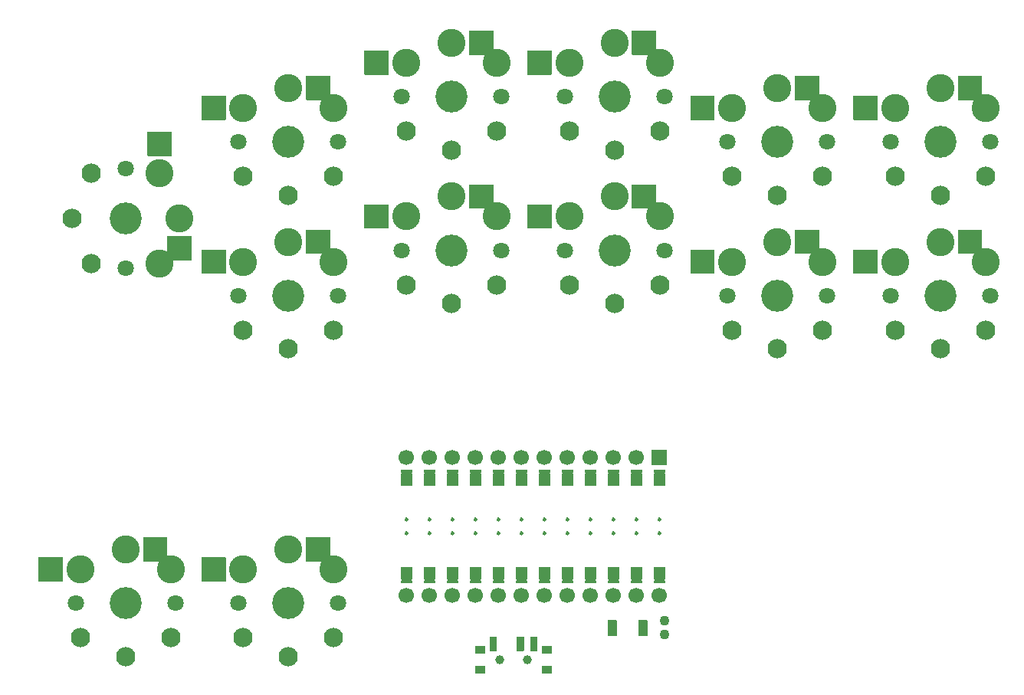
<source format=gbr>
%TF.GenerationSoftware,KiCad,Pcbnew,(5.1.10)-1*%
%TF.CreationDate,2022-08-11T13:18:27-05:00*%
%TF.ProjectId,lamia,6c616d69-612e-46b6-9963-61645f706362,v1.0.0*%
%TF.SameCoordinates,Original*%
%TF.FileFunction,Soldermask,Top*%
%TF.FilePolarity,Negative*%
%FSLAX46Y46*%
G04 Gerber Fmt 4.6, Leading zero omitted, Abs format (unit mm)*
G04 Created by KiCad (PCBNEW (5.1.10)-1) date 2022-08-11 13:18:27*
%MOMM*%
%LPD*%
G01*
G04 APERTURE LIST*
%ADD10C,0.100000*%
%ADD11C,0.250000*%
%ADD12C,3.529000*%
%ADD13C,1.801800*%
%ADD14C,3.100000*%
%ADD15C,2.132000*%
%ADD16C,1.700000*%
%ADD17C,1.000000*%
%ADD18C,1.100000*%
G04 APERTURE END LIST*
D10*
%TO.C,MCU1*%
G36*
X59478000Y-28920000D02*
G01*
X58462000Y-28920000D01*
X58462000Y-27904000D01*
X59478000Y-27904000D01*
X59478000Y-28920000D01*
G37*
X59478000Y-28920000D02*
X58462000Y-28920000D01*
X58462000Y-27904000D01*
X59478000Y-27904000D01*
X59478000Y-28920000D01*
G36*
X56938000Y-28920000D02*
G01*
X55922000Y-28920000D01*
X55922000Y-27904000D01*
X56938000Y-27904000D01*
X56938000Y-28920000D01*
G37*
X56938000Y-28920000D02*
X55922000Y-28920000D01*
X55922000Y-27904000D01*
X56938000Y-27904000D01*
X56938000Y-28920000D01*
G36*
X54398000Y-28920000D02*
G01*
X53382000Y-28920000D01*
X53382000Y-27904000D01*
X54398000Y-27904000D01*
X54398000Y-28920000D01*
G37*
X54398000Y-28920000D02*
X53382000Y-28920000D01*
X53382000Y-27904000D01*
X54398000Y-27904000D01*
X54398000Y-28920000D01*
G36*
X51858000Y-28920000D02*
G01*
X50842000Y-28920000D01*
X50842000Y-27904000D01*
X51858000Y-27904000D01*
X51858000Y-28920000D01*
G37*
X51858000Y-28920000D02*
X50842000Y-28920000D01*
X50842000Y-27904000D01*
X51858000Y-27904000D01*
X51858000Y-28920000D01*
G36*
X49318000Y-28920000D02*
G01*
X48302000Y-28920000D01*
X48302000Y-27904000D01*
X49318000Y-27904000D01*
X49318000Y-28920000D01*
G37*
X49318000Y-28920000D02*
X48302000Y-28920000D01*
X48302000Y-27904000D01*
X49318000Y-27904000D01*
X49318000Y-28920000D01*
G36*
X46778000Y-28920000D02*
G01*
X45762000Y-28920000D01*
X45762000Y-27904000D01*
X46778000Y-27904000D01*
X46778000Y-28920000D01*
G37*
X46778000Y-28920000D02*
X45762000Y-28920000D01*
X45762000Y-27904000D01*
X46778000Y-27904000D01*
X46778000Y-28920000D01*
G36*
X44238000Y-28920000D02*
G01*
X43222000Y-28920000D01*
X43222000Y-27904000D01*
X44238000Y-27904000D01*
X44238000Y-28920000D01*
G37*
X44238000Y-28920000D02*
X43222000Y-28920000D01*
X43222000Y-27904000D01*
X44238000Y-27904000D01*
X44238000Y-28920000D01*
G36*
X41698000Y-28920000D02*
G01*
X40682000Y-28920000D01*
X40682000Y-27904000D01*
X41698000Y-27904000D01*
X41698000Y-28920000D01*
G37*
X41698000Y-28920000D02*
X40682000Y-28920000D01*
X40682000Y-27904000D01*
X41698000Y-27904000D01*
X41698000Y-28920000D01*
G36*
X39158000Y-28920000D02*
G01*
X38142000Y-28920000D01*
X38142000Y-27904000D01*
X39158000Y-27904000D01*
X39158000Y-28920000D01*
G37*
X39158000Y-28920000D02*
X38142000Y-28920000D01*
X38142000Y-27904000D01*
X39158000Y-27904000D01*
X39158000Y-28920000D01*
G36*
X36618000Y-28920000D02*
G01*
X35602000Y-28920000D01*
X35602000Y-27904000D01*
X36618000Y-27904000D01*
X36618000Y-28920000D01*
G37*
X36618000Y-28920000D02*
X35602000Y-28920000D01*
X35602000Y-27904000D01*
X36618000Y-27904000D01*
X36618000Y-28920000D01*
G36*
X34078000Y-28920000D02*
G01*
X33062000Y-28920000D01*
X33062000Y-27904000D01*
X34078000Y-27904000D01*
X34078000Y-28920000D01*
G37*
X34078000Y-28920000D02*
X33062000Y-28920000D01*
X33062000Y-27904000D01*
X34078000Y-27904000D01*
X34078000Y-28920000D01*
G36*
X31538000Y-28920000D02*
G01*
X30522000Y-28920000D01*
X30522000Y-27904000D01*
X31538000Y-27904000D01*
X31538000Y-28920000D01*
G37*
X31538000Y-28920000D02*
X30522000Y-28920000D01*
X30522000Y-27904000D01*
X31538000Y-27904000D01*
X31538000Y-28920000D01*
G36*
X30522000Y-39080000D02*
G01*
X31538000Y-39080000D01*
X31538000Y-40096000D01*
X30522000Y-40096000D01*
X30522000Y-39080000D01*
G37*
X30522000Y-39080000D02*
X31538000Y-39080000D01*
X31538000Y-40096000D01*
X30522000Y-40096000D01*
X30522000Y-39080000D01*
G36*
X35602000Y-39080000D02*
G01*
X36618000Y-39080000D01*
X36618000Y-40096000D01*
X35602000Y-40096000D01*
X35602000Y-39080000D01*
G37*
X35602000Y-39080000D02*
X36618000Y-39080000D01*
X36618000Y-40096000D01*
X35602000Y-40096000D01*
X35602000Y-39080000D01*
G36*
X40682000Y-39080000D02*
G01*
X41698000Y-39080000D01*
X41698000Y-40096000D01*
X40682000Y-40096000D01*
X40682000Y-39080000D01*
G37*
X40682000Y-39080000D02*
X41698000Y-39080000D01*
X41698000Y-40096000D01*
X40682000Y-40096000D01*
X40682000Y-39080000D01*
G36*
X50842000Y-39080000D02*
G01*
X51858000Y-39080000D01*
X51858000Y-40096000D01*
X50842000Y-40096000D01*
X50842000Y-39080000D01*
G37*
X50842000Y-39080000D02*
X51858000Y-39080000D01*
X51858000Y-40096000D01*
X50842000Y-40096000D01*
X50842000Y-39080000D01*
G36*
X33062000Y-39080000D02*
G01*
X34078000Y-39080000D01*
X34078000Y-40096000D01*
X33062000Y-40096000D01*
X33062000Y-39080000D01*
G37*
X33062000Y-39080000D02*
X34078000Y-39080000D01*
X34078000Y-40096000D01*
X33062000Y-40096000D01*
X33062000Y-39080000D01*
G36*
X38142000Y-39080000D02*
G01*
X39158000Y-39080000D01*
X39158000Y-40096000D01*
X38142000Y-40096000D01*
X38142000Y-39080000D01*
G37*
X38142000Y-39080000D02*
X39158000Y-39080000D01*
X39158000Y-40096000D01*
X38142000Y-40096000D01*
X38142000Y-39080000D01*
G36*
X45762000Y-39080000D02*
G01*
X46778000Y-39080000D01*
X46778000Y-40096000D01*
X45762000Y-40096000D01*
X45762000Y-39080000D01*
G37*
X45762000Y-39080000D02*
X46778000Y-39080000D01*
X46778000Y-40096000D01*
X45762000Y-40096000D01*
X45762000Y-39080000D01*
G36*
X48302000Y-39080000D02*
G01*
X49318000Y-39080000D01*
X49318000Y-40096000D01*
X48302000Y-40096000D01*
X48302000Y-39080000D01*
G37*
X48302000Y-39080000D02*
X49318000Y-39080000D01*
X49318000Y-40096000D01*
X48302000Y-40096000D01*
X48302000Y-39080000D01*
G36*
X53382000Y-39080000D02*
G01*
X54398000Y-39080000D01*
X54398000Y-40096000D01*
X53382000Y-40096000D01*
X53382000Y-39080000D01*
G37*
X53382000Y-39080000D02*
X54398000Y-39080000D01*
X54398000Y-40096000D01*
X53382000Y-40096000D01*
X53382000Y-39080000D01*
G36*
X55922000Y-39080000D02*
G01*
X56938000Y-39080000D01*
X56938000Y-40096000D01*
X55922000Y-40096000D01*
X55922000Y-39080000D01*
G37*
X55922000Y-39080000D02*
X56938000Y-39080000D01*
X56938000Y-40096000D01*
X55922000Y-40096000D01*
X55922000Y-39080000D01*
G36*
X43222000Y-39080000D02*
G01*
X44238000Y-39080000D01*
X44238000Y-40096000D01*
X43222000Y-40096000D01*
X43222000Y-39080000D01*
G37*
X43222000Y-39080000D02*
X44238000Y-39080000D01*
X44238000Y-40096000D01*
X43222000Y-40096000D01*
X43222000Y-39080000D01*
G36*
X58462000Y-39080000D02*
G01*
X59478000Y-39080000D01*
X59478000Y-40096000D01*
X58462000Y-40096000D01*
X58462000Y-39080000D01*
G37*
X58462000Y-39080000D02*
X59478000Y-39080000D01*
X59478000Y-40096000D01*
X58462000Y-40096000D01*
X58462000Y-39080000D01*
D11*
X59095000Y-34762000D02*
G75*
G03*
X59095000Y-34762000I-125000J0D01*
G01*
X59095000Y-33238000D02*
G75*
G03*
X59095000Y-33238000I-125000J0D01*
G01*
X56555000Y-33238000D02*
G75*
G03*
X56555000Y-33238000I-125000J0D01*
G01*
X56555000Y-34762000D02*
G75*
G03*
X56555000Y-34762000I-125000J0D01*
G01*
X54015000Y-34762000D02*
G75*
G03*
X54015000Y-34762000I-125000J0D01*
G01*
X54015000Y-33238000D02*
G75*
G03*
X54015000Y-33238000I-125000J0D01*
G01*
X51475000Y-34762000D02*
G75*
G03*
X51475000Y-34762000I-125000J0D01*
G01*
X51475000Y-33238000D02*
G75*
G03*
X51475000Y-33238000I-125000J0D01*
G01*
X48935000Y-34762000D02*
G75*
G03*
X48935000Y-34762000I-125000J0D01*
G01*
X48935000Y-33238000D02*
G75*
G03*
X48935000Y-33238000I-125000J0D01*
G01*
X46395000Y-34762000D02*
G75*
G03*
X46395000Y-34762000I-125000J0D01*
G01*
X46395000Y-33238000D02*
G75*
G03*
X46395000Y-33238000I-125000J0D01*
G01*
X43855000Y-34762000D02*
G75*
G03*
X43855000Y-34762000I-125000J0D01*
G01*
X43855000Y-33238000D02*
G75*
G03*
X43855000Y-33238000I-125000J0D01*
G01*
X41315000Y-34762000D02*
G75*
G03*
X41315000Y-34762000I-125000J0D01*
G01*
X41315000Y-33238000D02*
G75*
G03*
X41315000Y-33238000I-125000J0D01*
G01*
X38775000Y-34762000D02*
G75*
G03*
X38775000Y-34762000I-125000J0D01*
G01*
X38775000Y-33238000D02*
G75*
G03*
X38775000Y-33238000I-125000J0D01*
G01*
X36235000Y-34762000D02*
G75*
G03*
X36235000Y-34762000I-125000J0D01*
G01*
X36235000Y-33238000D02*
G75*
G03*
X36235000Y-33238000I-125000J0D01*
G01*
X33695000Y-34762000D02*
G75*
G03*
X33695000Y-34762000I-125000J0D01*
G01*
X33695000Y-33238000D02*
G75*
G03*
X33695000Y-33238000I-125000J0D01*
G01*
X31155000Y-34762000D02*
G75*
G03*
X31155000Y-34762000I-125000J0D01*
G01*
X31155000Y-33238000D02*
G75*
G03*
X31155000Y-33238000I-125000J0D01*
G01*
%TD*%
D12*
%TO.C,S1*%
X0Y0D03*
D13*
X0Y-5500000D03*
X0Y5500000D03*
D14*
X3750000Y-5000000D03*
X5950000Y0D03*
X3750000Y5000000D03*
X5950000Y0D03*
G36*
G01*
X4650000Y-1925000D02*
X7250000Y-1925000D01*
G75*
G02*
X7300000Y-1975000I0J-50000D01*
G01*
X7300000Y-4575000D01*
G75*
G02*
X7250000Y-4625000I-50000J0D01*
G01*
X4650000Y-4625000D01*
G75*
G02*
X4600000Y-4575000I0J50000D01*
G01*
X4600000Y-1975000D01*
G75*
G02*
X4650000Y-1925000I50000J0D01*
G01*
G37*
G36*
G01*
X2450000Y9625000D02*
X5050000Y9625000D01*
G75*
G02*
X5100000Y9575000I0J-50000D01*
G01*
X5100000Y6975000D01*
G75*
G02*
X5050000Y6925000I-50000J0D01*
G01*
X2450000Y6925000D01*
G75*
G02*
X2400000Y6975000I0J50000D01*
G01*
X2400000Y9575000D01*
G75*
G02*
X2450000Y9625000I50000J0D01*
G01*
G37*
%TD*%
D12*
%TO.C,S2*%
X0Y0D03*
D13*
X0Y5500000D03*
X0Y-5500000D03*
D15*
X-3800000Y5000000D03*
X-5900000Y0D03*
X-3800000Y-5000000D03*
X-5900000Y0D03*
%TD*%
D12*
%TO.C,S3*%
X18000000Y-8500000D03*
D13*
X23500000Y-8500000D03*
X12500000Y-8500000D03*
D14*
X23000000Y-4750000D03*
X18000000Y-2550000D03*
X13000000Y-4750000D03*
X18000000Y-2550000D03*
G36*
G01*
X19925000Y-3850000D02*
X19925000Y-1250000D01*
G75*
G02*
X19975000Y-1200000I50000J0D01*
G01*
X22575000Y-1200000D01*
G75*
G02*
X22625000Y-1250000I0J-50000D01*
G01*
X22625000Y-3850000D01*
G75*
G02*
X22575000Y-3900000I-50000J0D01*
G01*
X19975000Y-3900000D01*
G75*
G02*
X19925000Y-3850000I0J50000D01*
G01*
G37*
G36*
G01*
X8375000Y-6050000D02*
X8375000Y-3450000D01*
G75*
G02*
X8425000Y-3400000I50000J0D01*
G01*
X11025000Y-3400000D01*
G75*
G02*
X11075000Y-3450000I0J-50000D01*
G01*
X11075000Y-6050000D01*
G75*
G02*
X11025000Y-6100000I-50000J0D01*
G01*
X8425000Y-6100000D01*
G75*
G02*
X8375000Y-6050000I0J50000D01*
G01*
G37*
%TD*%
D12*
%TO.C,S4*%
X18000000Y-8500000D03*
D13*
X12500000Y-8500000D03*
X23500000Y-8500000D03*
D15*
X13000000Y-12300000D03*
X18000000Y-14400000D03*
X23000000Y-12300000D03*
X18000000Y-14400000D03*
%TD*%
D12*
%TO.C,S5*%
X18000000Y8500000D03*
D13*
X23500000Y8500000D03*
X12500000Y8500000D03*
D14*
X23000000Y12250000D03*
X18000000Y14450000D03*
X13000000Y12250000D03*
X18000000Y14450000D03*
G36*
G01*
X19925000Y13150000D02*
X19925000Y15750000D01*
G75*
G02*
X19975000Y15800000I50000J0D01*
G01*
X22575000Y15800000D01*
G75*
G02*
X22625000Y15750000I0J-50000D01*
G01*
X22625000Y13150000D01*
G75*
G02*
X22575000Y13100000I-50000J0D01*
G01*
X19975000Y13100000D01*
G75*
G02*
X19925000Y13150000I0J50000D01*
G01*
G37*
G36*
G01*
X8375000Y10950000D02*
X8375000Y13550000D01*
G75*
G02*
X8425000Y13600000I50000J0D01*
G01*
X11025000Y13600000D01*
G75*
G02*
X11075000Y13550000I0J-50000D01*
G01*
X11075000Y10950000D01*
G75*
G02*
X11025000Y10900000I-50000J0D01*
G01*
X8425000Y10900000D01*
G75*
G02*
X8375000Y10950000I0J50000D01*
G01*
G37*
%TD*%
D12*
%TO.C,S6*%
X18000000Y8500000D03*
D13*
X12500000Y8500000D03*
X23500000Y8500000D03*
D15*
X13000000Y4700000D03*
X18000000Y2600000D03*
X23000000Y4700000D03*
X18000000Y2600000D03*
%TD*%
D12*
%TO.C,S7*%
X36000000Y-3500000D03*
D13*
X41500000Y-3500000D03*
X30500000Y-3500000D03*
D14*
X41000000Y250000D03*
X36000000Y2450000D03*
X31000000Y250000D03*
X36000000Y2450000D03*
G36*
G01*
X37925000Y1150000D02*
X37925000Y3750000D01*
G75*
G02*
X37975000Y3800000I50000J0D01*
G01*
X40575000Y3800000D01*
G75*
G02*
X40625000Y3750000I0J-50000D01*
G01*
X40625000Y1150000D01*
G75*
G02*
X40575000Y1100000I-50000J0D01*
G01*
X37975000Y1100000D01*
G75*
G02*
X37925000Y1150000I0J50000D01*
G01*
G37*
G36*
G01*
X26375000Y-1050000D02*
X26375000Y1550000D01*
G75*
G02*
X26425000Y1600000I50000J0D01*
G01*
X29025000Y1600000D01*
G75*
G02*
X29075000Y1550000I0J-50000D01*
G01*
X29075000Y-1050000D01*
G75*
G02*
X29025000Y-1100000I-50000J0D01*
G01*
X26425000Y-1100000D01*
G75*
G02*
X26375000Y-1050000I0J50000D01*
G01*
G37*
%TD*%
D12*
%TO.C,S8*%
X36000000Y-3500000D03*
D13*
X30500000Y-3500000D03*
X41500000Y-3500000D03*
D15*
X31000000Y-7300000D03*
X36000000Y-9400000D03*
X41000000Y-7300000D03*
X36000000Y-9400000D03*
%TD*%
D12*
%TO.C,S9*%
X36000000Y13500000D03*
D13*
X41500000Y13500000D03*
X30500000Y13500000D03*
D14*
X41000000Y17250000D03*
X36000000Y19450000D03*
X31000000Y17250000D03*
X36000000Y19450000D03*
G36*
G01*
X37925000Y18150000D02*
X37925000Y20750000D01*
G75*
G02*
X37975000Y20800000I50000J0D01*
G01*
X40575000Y20800000D01*
G75*
G02*
X40625000Y20750000I0J-50000D01*
G01*
X40625000Y18150000D01*
G75*
G02*
X40575000Y18100000I-50000J0D01*
G01*
X37975000Y18100000D01*
G75*
G02*
X37925000Y18150000I0J50000D01*
G01*
G37*
G36*
G01*
X26375000Y15950000D02*
X26375000Y18550000D01*
G75*
G02*
X26425000Y18600000I50000J0D01*
G01*
X29025000Y18600000D01*
G75*
G02*
X29075000Y18550000I0J-50000D01*
G01*
X29075000Y15950000D01*
G75*
G02*
X29025000Y15900000I-50000J0D01*
G01*
X26425000Y15900000D01*
G75*
G02*
X26375000Y15950000I0J50000D01*
G01*
G37*
%TD*%
D12*
%TO.C,S10*%
X36000000Y13500000D03*
D13*
X30500000Y13500000D03*
X41500000Y13500000D03*
D15*
X31000000Y9700000D03*
X36000000Y7600000D03*
X41000000Y9700000D03*
X36000000Y7600000D03*
%TD*%
D12*
%TO.C,S11*%
X54000000Y-3500000D03*
D13*
X59500000Y-3500000D03*
X48500000Y-3500000D03*
D14*
X59000000Y250000D03*
X54000000Y2450000D03*
X49000000Y250000D03*
X54000000Y2450000D03*
G36*
G01*
X55925000Y1150000D02*
X55925000Y3750000D01*
G75*
G02*
X55975000Y3800000I50000J0D01*
G01*
X58575000Y3800000D01*
G75*
G02*
X58625000Y3750000I0J-50000D01*
G01*
X58625000Y1150000D01*
G75*
G02*
X58575000Y1100000I-50000J0D01*
G01*
X55975000Y1100000D01*
G75*
G02*
X55925000Y1150000I0J50000D01*
G01*
G37*
G36*
G01*
X44375000Y-1050000D02*
X44375000Y1550000D01*
G75*
G02*
X44425000Y1600000I50000J0D01*
G01*
X47025000Y1600000D01*
G75*
G02*
X47075000Y1550000I0J-50000D01*
G01*
X47075000Y-1050000D01*
G75*
G02*
X47025000Y-1100000I-50000J0D01*
G01*
X44425000Y-1100000D01*
G75*
G02*
X44375000Y-1050000I0J50000D01*
G01*
G37*
%TD*%
D12*
%TO.C,S12*%
X54000000Y-3500000D03*
D13*
X48500000Y-3500000D03*
X59500000Y-3500000D03*
D15*
X49000000Y-7300000D03*
X54000000Y-9400000D03*
X59000000Y-7300000D03*
X54000000Y-9400000D03*
%TD*%
D12*
%TO.C,S13*%
X54000000Y13500000D03*
D13*
X59500000Y13500000D03*
X48500000Y13500000D03*
D14*
X59000000Y17250000D03*
X54000000Y19450000D03*
X49000000Y17250000D03*
X54000000Y19450000D03*
G36*
G01*
X55925000Y18150000D02*
X55925000Y20750000D01*
G75*
G02*
X55975000Y20800000I50000J0D01*
G01*
X58575000Y20800000D01*
G75*
G02*
X58625000Y20750000I0J-50000D01*
G01*
X58625000Y18150000D01*
G75*
G02*
X58575000Y18100000I-50000J0D01*
G01*
X55975000Y18100000D01*
G75*
G02*
X55925000Y18150000I0J50000D01*
G01*
G37*
G36*
G01*
X44375000Y15950000D02*
X44375000Y18550000D01*
G75*
G02*
X44425000Y18600000I50000J0D01*
G01*
X47025000Y18600000D01*
G75*
G02*
X47075000Y18550000I0J-50000D01*
G01*
X47075000Y15950000D01*
G75*
G02*
X47025000Y15900000I-50000J0D01*
G01*
X44425000Y15900000D01*
G75*
G02*
X44375000Y15950000I0J50000D01*
G01*
G37*
%TD*%
D12*
%TO.C,S14*%
X54000000Y13500000D03*
D13*
X48500000Y13500000D03*
X59500000Y13500000D03*
D15*
X49000000Y9700000D03*
X54000000Y7600000D03*
X59000000Y9700000D03*
X54000000Y7600000D03*
%TD*%
D12*
%TO.C,S15*%
X72000000Y-8500000D03*
D13*
X77500000Y-8500000D03*
X66500000Y-8500000D03*
D14*
X77000000Y-4750000D03*
X72000000Y-2550000D03*
X67000000Y-4750000D03*
X72000000Y-2550000D03*
G36*
G01*
X73925000Y-3850000D02*
X73925000Y-1250000D01*
G75*
G02*
X73975000Y-1200000I50000J0D01*
G01*
X76575000Y-1200000D01*
G75*
G02*
X76625000Y-1250000I0J-50000D01*
G01*
X76625000Y-3850000D01*
G75*
G02*
X76575000Y-3900000I-50000J0D01*
G01*
X73975000Y-3900000D01*
G75*
G02*
X73925000Y-3850000I0J50000D01*
G01*
G37*
G36*
G01*
X62375000Y-6050000D02*
X62375000Y-3450000D01*
G75*
G02*
X62425000Y-3400000I50000J0D01*
G01*
X65025000Y-3400000D01*
G75*
G02*
X65075000Y-3450000I0J-50000D01*
G01*
X65075000Y-6050000D01*
G75*
G02*
X65025000Y-6100000I-50000J0D01*
G01*
X62425000Y-6100000D01*
G75*
G02*
X62375000Y-6050000I0J50000D01*
G01*
G37*
%TD*%
D12*
%TO.C,S16*%
X72000000Y-8500000D03*
D13*
X66500000Y-8500000D03*
X77500000Y-8500000D03*
D15*
X67000000Y-12300000D03*
X72000000Y-14400000D03*
X77000000Y-12300000D03*
X72000000Y-14400000D03*
%TD*%
D12*
%TO.C,S17*%
X72000000Y8500000D03*
D13*
X77500000Y8500000D03*
X66500000Y8500000D03*
D14*
X77000000Y12250000D03*
X72000000Y14450000D03*
X67000000Y12250000D03*
X72000000Y14450000D03*
G36*
G01*
X73925000Y13150000D02*
X73925000Y15750000D01*
G75*
G02*
X73975000Y15800000I50000J0D01*
G01*
X76575000Y15800000D01*
G75*
G02*
X76625000Y15750000I0J-50000D01*
G01*
X76625000Y13150000D01*
G75*
G02*
X76575000Y13100000I-50000J0D01*
G01*
X73975000Y13100000D01*
G75*
G02*
X73925000Y13150000I0J50000D01*
G01*
G37*
G36*
G01*
X62375000Y10950000D02*
X62375000Y13550000D01*
G75*
G02*
X62425000Y13600000I50000J0D01*
G01*
X65025000Y13600000D01*
G75*
G02*
X65075000Y13550000I0J-50000D01*
G01*
X65075000Y10950000D01*
G75*
G02*
X65025000Y10900000I-50000J0D01*
G01*
X62425000Y10900000D01*
G75*
G02*
X62375000Y10950000I0J50000D01*
G01*
G37*
%TD*%
D12*
%TO.C,S18*%
X72000000Y8500000D03*
D13*
X66500000Y8500000D03*
X77500000Y8500000D03*
D15*
X67000000Y4700000D03*
X72000000Y2600000D03*
X77000000Y4700000D03*
X72000000Y2600000D03*
%TD*%
D12*
%TO.C,S19*%
X90000000Y-8500000D03*
D13*
X95500000Y-8500000D03*
X84500000Y-8500000D03*
D14*
X95000000Y-4750000D03*
X90000000Y-2550000D03*
X85000000Y-4750000D03*
X90000000Y-2550000D03*
G36*
G01*
X91925000Y-3850000D02*
X91925000Y-1250000D01*
G75*
G02*
X91975000Y-1200000I50000J0D01*
G01*
X94575000Y-1200000D01*
G75*
G02*
X94625000Y-1250000I0J-50000D01*
G01*
X94625000Y-3850000D01*
G75*
G02*
X94575000Y-3900000I-50000J0D01*
G01*
X91975000Y-3900000D01*
G75*
G02*
X91925000Y-3850000I0J50000D01*
G01*
G37*
G36*
G01*
X80375000Y-6050000D02*
X80375000Y-3450000D01*
G75*
G02*
X80425000Y-3400000I50000J0D01*
G01*
X83025000Y-3400000D01*
G75*
G02*
X83075000Y-3450000I0J-50000D01*
G01*
X83075000Y-6050000D01*
G75*
G02*
X83025000Y-6100000I-50000J0D01*
G01*
X80425000Y-6100000D01*
G75*
G02*
X80375000Y-6050000I0J50000D01*
G01*
G37*
%TD*%
D12*
%TO.C,S20*%
X90000000Y-8500000D03*
D13*
X84500000Y-8500000D03*
X95500000Y-8500000D03*
D15*
X85000000Y-12300000D03*
X90000000Y-14400000D03*
X95000000Y-12300000D03*
X90000000Y-14400000D03*
%TD*%
D12*
%TO.C,S21*%
X90000000Y8500000D03*
D13*
X95500000Y8500000D03*
X84500000Y8500000D03*
D14*
X95000000Y12250000D03*
X90000000Y14450000D03*
X85000000Y12250000D03*
X90000000Y14450000D03*
G36*
G01*
X91925000Y13150000D02*
X91925000Y15750000D01*
G75*
G02*
X91975000Y15800000I50000J0D01*
G01*
X94575000Y15800000D01*
G75*
G02*
X94625000Y15750000I0J-50000D01*
G01*
X94625000Y13150000D01*
G75*
G02*
X94575000Y13100000I-50000J0D01*
G01*
X91975000Y13100000D01*
G75*
G02*
X91925000Y13150000I0J50000D01*
G01*
G37*
G36*
G01*
X80375000Y10950000D02*
X80375000Y13550000D01*
G75*
G02*
X80425000Y13600000I50000J0D01*
G01*
X83025000Y13600000D01*
G75*
G02*
X83075000Y13550000I0J-50000D01*
G01*
X83075000Y10950000D01*
G75*
G02*
X83025000Y10900000I-50000J0D01*
G01*
X80425000Y10900000D01*
G75*
G02*
X80375000Y10950000I0J50000D01*
G01*
G37*
%TD*%
D12*
%TO.C,S22*%
X90000000Y8500000D03*
D13*
X84500000Y8500000D03*
X95500000Y8500000D03*
D15*
X85000000Y4700000D03*
X90000000Y2600000D03*
X95000000Y4700000D03*
X90000000Y2600000D03*
%TD*%
D12*
%TO.C,S23*%
X0Y-42500000D03*
D13*
X5500000Y-42500000D03*
X-5500000Y-42500000D03*
D14*
X5000000Y-38750000D03*
X0Y-36550000D03*
X-5000000Y-38750000D03*
X0Y-36550000D03*
G36*
G01*
X1925000Y-37850000D02*
X1925000Y-35250000D01*
G75*
G02*
X1975000Y-35200000I50000J0D01*
G01*
X4575000Y-35200000D01*
G75*
G02*
X4625000Y-35250000I0J-50000D01*
G01*
X4625000Y-37850000D01*
G75*
G02*
X4575000Y-37900000I-50000J0D01*
G01*
X1975000Y-37900000D01*
G75*
G02*
X1925000Y-37850000I0J50000D01*
G01*
G37*
G36*
G01*
X-9625000Y-40050000D02*
X-9625000Y-37450000D01*
G75*
G02*
X-9575000Y-37400000I50000J0D01*
G01*
X-6975000Y-37400000D01*
G75*
G02*
X-6925000Y-37450000I0J-50000D01*
G01*
X-6925000Y-40050000D01*
G75*
G02*
X-6975000Y-40100000I-50000J0D01*
G01*
X-9575000Y-40100000D01*
G75*
G02*
X-9625000Y-40050000I0J50000D01*
G01*
G37*
%TD*%
D12*
%TO.C,S24*%
X0Y-42500000D03*
D13*
X-5500000Y-42500000D03*
X5500000Y-42500000D03*
D15*
X-5000000Y-46300000D03*
X0Y-48400000D03*
X5000000Y-46300000D03*
X0Y-48400000D03*
%TD*%
D12*
%TO.C,S25*%
X18000000Y-42500000D03*
D13*
X23500000Y-42500000D03*
X12500000Y-42500000D03*
D14*
X23000000Y-38750000D03*
X18000000Y-36550000D03*
X13000000Y-38750000D03*
X18000000Y-36550000D03*
G36*
G01*
X19925000Y-37850000D02*
X19925000Y-35250000D01*
G75*
G02*
X19975000Y-35200000I50000J0D01*
G01*
X22575000Y-35200000D01*
G75*
G02*
X22625000Y-35250000I0J-50000D01*
G01*
X22625000Y-37850000D01*
G75*
G02*
X22575000Y-37900000I-50000J0D01*
G01*
X19975000Y-37900000D01*
G75*
G02*
X19925000Y-37850000I0J50000D01*
G01*
G37*
G36*
G01*
X8375000Y-40050000D02*
X8375000Y-37450000D01*
G75*
G02*
X8425000Y-37400000I50000J0D01*
G01*
X11025000Y-37400000D01*
G75*
G02*
X11075000Y-37450000I0J-50000D01*
G01*
X11075000Y-40050000D01*
G75*
G02*
X11025000Y-40100000I-50000J0D01*
G01*
X8425000Y-40100000D01*
G75*
G02*
X8375000Y-40050000I0J50000D01*
G01*
G37*
%TD*%
D12*
%TO.C,S26*%
X18000000Y-42500000D03*
D13*
X12500000Y-42500000D03*
X23500000Y-42500000D03*
D15*
X13000000Y-46300000D03*
X18000000Y-48400000D03*
X23000000Y-46300000D03*
X18000000Y-48400000D03*
%TD*%
D16*
%TO.C,MCU1*%
X58970000Y-26380000D03*
X56430000Y-26380000D03*
X53890000Y-26380000D03*
X51350000Y-26380000D03*
X48810000Y-26380000D03*
X46270000Y-26380000D03*
X43730000Y-26380000D03*
X41190000Y-26380000D03*
X38650000Y-26380000D03*
X36110000Y-26380000D03*
X33570000Y-26380000D03*
X31030000Y-26380000D03*
X31030000Y-41620000D03*
X33570000Y-41620000D03*
X36110000Y-41620000D03*
X38650000Y-41620000D03*
X41190000Y-41620000D03*
X43730000Y-41620000D03*
X46270000Y-41620000D03*
X48810000Y-41620000D03*
X51350000Y-41620000D03*
X53890000Y-41620000D03*
X56430000Y-41620000D03*
X58970000Y-41620000D03*
D10*
G36*
X59579755Y-27708961D02*
G01*
X59589134Y-27711806D01*
X59597779Y-27716427D01*
X59605355Y-27722645D01*
X59611573Y-27730221D01*
X59616194Y-27738866D01*
X59619039Y-27748245D01*
X59620000Y-27758000D01*
X59620000Y-27958000D01*
X59619039Y-27967755D01*
X59616194Y-27977134D01*
X59611573Y-27985779D01*
X59605355Y-27993355D01*
X59005355Y-28593355D01*
X58997779Y-28599573D01*
X58989134Y-28604194D01*
X58979755Y-28607039D01*
X58970000Y-28608000D01*
X58960245Y-28607039D01*
X58950866Y-28604194D01*
X58942221Y-28599573D01*
X58934645Y-28593355D01*
X58334645Y-27993355D01*
X58328427Y-27985779D01*
X58323806Y-27977134D01*
X58320961Y-27967755D01*
X58320000Y-27958000D01*
X58320000Y-27758000D01*
X58320961Y-27748245D01*
X58323806Y-27738866D01*
X58328427Y-27730221D01*
X58334645Y-27722645D01*
X58342221Y-27716427D01*
X58350866Y-27711806D01*
X58360245Y-27708961D01*
X58370000Y-27708000D01*
X59570000Y-27708000D01*
X59579755Y-27708961D01*
G37*
G36*
X59579755Y-28124961D02*
G01*
X59589134Y-28127806D01*
X59597779Y-28132427D01*
X59605355Y-28138645D01*
X59611573Y-28146221D01*
X59616194Y-28154866D01*
X59619039Y-28164245D01*
X59620000Y-28174000D01*
X59620000Y-29424000D01*
X59619039Y-29433755D01*
X59616194Y-29443134D01*
X59611573Y-29451779D01*
X59605355Y-29459355D01*
X59597779Y-29465573D01*
X59589134Y-29470194D01*
X59579755Y-29473039D01*
X59570000Y-29474000D01*
X58370000Y-29474000D01*
X58360245Y-29473039D01*
X58350866Y-29470194D01*
X58342221Y-29465573D01*
X58334645Y-29459355D01*
X58328427Y-29451779D01*
X58323806Y-29443134D01*
X58320961Y-29433755D01*
X58320000Y-29424000D01*
X58320000Y-28174000D01*
X58320961Y-28164245D01*
X58323806Y-28154866D01*
X58328427Y-28146221D01*
X58334645Y-28138645D01*
X58342221Y-28132427D01*
X58350866Y-28127806D01*
X58360245Y-28124961D01*
X58370000Y-28124000D01*
X58379755Y-28124961D01*
X58389134Y-28127806D01*
X58397779Y-28132427D01*
X58405355Y-28138645D01*
X58970000Y-28703290D01*
X59534645Y-28138645D01*
X59542221Y-28132427D01*
X59550866Y-28127806D01*
X59560245Y-28124961D01*
X59570000Y-28124000D01*
X59579755Y-28124961D01*
G37*
G36*
G01*
X59820000Y-25580000D02*
X59820000Y-27180000D01*
G75*
G02*
X59770000Y-27230000I-50000J0D01*
G01*
X58170000Y-27230000D01*
G75*
G02*
X58120000Y-27180000I0J50000D01*
G01*
X58120000Y-25580000D01*
G75*
G02*
X58170000Y-25530000I50000J0D01*
G01*
X59770000Y-25530000D01*
G75*
G02*
X59820000Y-25580000I0J-50000D01*
G01*
G37*
G36*
X57039755Y-27708961D02*
G01*
X57049134Y-27711806D01*
X57057779Y-27716427D01*
X57065355Y-27722645D01*
X57071573Y-27730221D01*
X57076194Y-27738866D01*
X57079039Y-27748245D01*
X57080000Y-27758000D01*
X57080000Y-27958000D01*
X57079039Y-27967755D01*
X57076194Y-27977134D01*
X57071573Y-27985779D01*
X57065355Y-27993355D01*
X56465355Y-28593355D01*
X56457779Y-28599573D01*
X56449134Y-28604194D01*
X56439755Y-28607039D01*
X56430000Y-28608000D01*
X56420245Y-28607039D01*
X56410866Y-28604194D01*
X56402221Y-28599573D01*
X56394645Y-28593355D01*
X55794645Y-27993355D01*
X55788427Y-27985779D01*
X55783806Y-27977134D01*
X55780961Y-27967755D01*
X55780000Y-27958000D01*
X55780000Y-27758000D01*
X55780961Y-27748245D01*
X55783806Y-27738866D01*
X55788427Y-27730221D01*
X55794645Y-27722645D01*
X55802221Y-27716427D01*
X55810866Y-27711806D01*
X55820245Y-27708961D01*
X55830000Y-27708000D01*
X57030000Y-27708000D01*
X57039755Y-27708961D01*
G37*
G36*
X57039755Y-28124961D02*
G01*
X57049134Y-28127806D01*
X57057779Y-28132427D01*
X57065355Y-28138645D01*
X57071573Y-28146221D01*
X57076194Y-28154866D01*
X57079039Y-28164245D01*
X57080000Y-28174000D01*
X57080000Y-29424000D01*
X57079039Y-29433755D01*
X57076194Y-29443134D01*
X57071573Y-29451779D01*
X57065355Y-29459355D01*
X57057779Y-29465573D01*
X57049134Y-29470194D01*
X57039755Y-29473039D01*
X57030000Y-29474000D01*
X55830000Y-29474000D01*
X55820245Y-29473039D01*
X55810866Y-29470194D01*
X55802221Y-29465573D01*
X55794645Y-29459355D01*
X55788427Y-29451779D01*
X55783806Y-29443134D01*
X55780961Y-29433755D01*
X55780000Y-29424000D01*
X55780000Y-28174000D01*
X55780961Y-28164245D01*
X55783806Y-28154866D01*
X55788427Y-28146221D01*
X55794645Y-28138645D01*
X55802221Y-28132427D01*
X55810866Y-28127806D01*
X55820245Y-28124961D01*
X55830000Y-28124000D01*
X55839755Y-28124961D01*
X55849134Y-28127806D01*
X55857779Y-28132427D01*
X55865355Y-28138645D01*
X56430000Y-28703290D01*
X56994645Y-28138645D01*
X57002221Y-28132427D01*
X57010866Y-28127806D01*
X57020245Y-28124961D01*
X57030000Y-28124000D01*
X57039755Y-28124961D01*
G37*
G36*
X54499755Y-27708961D02*
G01*
X54509134Y-27711806D01*
X54517779Y-27716427D01*
X54525355Y-27722645D01*
X54531573Y-27730221D01*
X54536194Y-27738866D01*
X54539039Y-27748245D01*
X54540000Y-27758000D01*
X54540000Y-27958000D01*
X54539039Y-27967755D01*
X54536194Y-27977134D01*
X54531573Y-27985779D01*
X54525355Y-27993355D01*
X53925355Y-28593355D01*
X53917779Y-28599573D01*
X53909134Y-28604194D01*
X53899755Y-28607039D01*
X53890000Y-28608000D01*
X53880245Y-28607039D01*
X53870866Y-28604194D01*
X53862221Y-28599573D01*
X53854645Y-28593355D01*
X53254645Y-27993355D01*
X53248427Y-27985779D01*
X53243806Y-27977134D01*
X53240961Y-27967755D01*
X53240000Y-27958000D01*
X53240000Y-27758000D01*
X53240961Y-27748245D01*
X53243806Y-27738866D01*
X53248427Y-27730221D01*
X53254645Y-27722645D01*
X53262221Y-27716427D01*
X53270866Y-27711806D01*
X53280245Y-27708961D01*
X53290000Y-27708000D01*
X54490000Y-27708000D01*
X54499755Y-27708961D01*
G37*
G36*
X54499755Y-28124961D02*
G01*
X54509134Y-28127806D01*
X54517779Y-28132427D01*
X54525355Y-28138645D01*
X54531573Y-28146221D01*
X54536194Y-28154866D01*
X54539039Y-28164245D01*
X54540000Y-28174000D01*
X54540000Y-29424000D01*
X54539039Y-29433755D01*
X54536194Y-29443134D01*
X54531573Y-29451779D01*
X54525355Y-29459355D01*
X54517779Y-29465573D01*
X54509134Y-29470194D01*
X54499755Y-29473039D01*
X54490000Y-29474000D01*
X53290000Y-29474000D01*
X53280245Y-29473039D01*
X53270866Y-29470194D01*
X53262221Y-29465573D01*
X53254645Y-29459355D01*
X53248427Y-29451779D01*
X53243806Y-29443134D01*
X53240961Y-29433755D01*
X53240000Y-29424000D01*
X53240000Y-28174000D01*
X53240961Y-28164245D01*
X53243806Y-28154866D01*
X53248427Y-28146221D01*
X53254645Y-28138645D01*
X53262221Y-28132427D01*
X53270866Y-28127806D01*
X53280245Y-28124961D01*
X53290000Y-28124000D01*
X53299755Y-28124961D01*
X53309134Y-28127806D01*
X53317779Y-28132427D01*
X53325355Y-28138645D01*
X53890000Y-28703290D01*
X54454645Y-28138645D01*
X54462221Y-28132427D01*
X54470866Y-28127806D01*
X54480245Y-28124961D01*
X54490000Y-28124000D01*
X54499755Y-28124961D01*
G37*
G36*
X51959755Y-27708961D02*
G01*
X51969134Y-27711806D01*
X51977779Y-27716427D01*
X51985355Y-27722645D01*
X51991573Y-27730221D01*
X51996194Y-27738866D01*
X51999039Y-27748245D01*
X52000000Y-27758000D01*
X52000000Y-27958000D01*
X51999039Y-27967755D01*
X51996194Y-27977134D01*
X51991573Y-27985779D01*
X51985355Y-27993355D01*
X51385355Y-28593355D01*
X51377779Y-28599573D01*
X51369134Y-28604194D01*
X51359755Y-28607039D01*
X51350000Y-28608000D01*
X51340245Y-28607039D01*
X51330866Y-28604194D01*
X51322221Y-28599573D01*
X51314645Y-28593355D01*
X50714645Y-27993355D01*
X50708427Y-27985779D01*
X50703806Y-27977134D01*
X50700961Y-27967755D01*
X50700000Y-27958000D01*
X50700000Y-27758000D01*
X50700961Y-27748245D01*
X50703806Y-27738866D01*
X50708427Y-27730221D01*
X50714645Y-27722645D01*
X50722221Y-27716427D01*
X50730866Y-27711806D01*
X50740245Y-27708961D01*
X50750000Y-27708000D01*
X51950000Y-27708000D01*
X51959755Y-27708961D01*
G37*
G36*
X51959755Y-28124961D02*
G01*
X51969134Y-28127806D01*
X51977779Y-28132427D01*
X51985355Y-28138645D01*
X51991573Y-28146221D01*
X51996194Y-28154866D01*
X51999039Y-28164245D01*
X52000000Y-28174000D01*
X52000000Y-29424000D01*
X51999039Y-29433755D01*
X51996194Y-29443134D01*
X51991573Y-29451779D01*
X51985355Y-29459355D01*
X51977779Y-29465573D01*
X51969134Y-29470194D01*
X51959755Y-29473039D01*
X51950000Y-29474000D01*
X50750000Y-29474000D01*
X50740245Y-29473039D01*
X50730866Y-29470194D01*
X50722221Y-29465573D01*
X50714645Y-29459355D01*
X50708427Y-29451779D01*
X50703806Y-29443134D01*
X50700961Y-29433755D01*
X50700000Y-29424000D01*
X50700000Y-28174000D01*
X50700961Y-28164245D01*
X50703806Y-28154866D01*
X50708427Y-28146221D01*
X50714645Y-28138645D01*
X50722221Y-28132427D01*
X50730866Y-28127806D01*
X50740245Y-28124961D01*
X50750000Y-28124000D01*
X50759755Y-28124961D01*
X50769134Y-28127806D01*
X50777779Y-28132427D01*
X50785355Y-28138645D01*
X51350000Y-28703290D01*
X51914645Y-28138645D01*
X51922221Y-28132427D01*
X51930866Y-28127806D01*
X51940245Y-28124961D01*
X51950000Y-28124000D01*
X51959755Y-28124961D01*
G37*
G36*
X49419755Y-27708961D02*
G01*
X49429134Y-27711806D01*
X49437779Y-27716427D01*
X49445355Y-27722645D01*
X49451573Y-27730221D01*
X49456194Y-27738866D01*
X49459039Y-27748245D01*
X49460000Y-27758000D01*
X49460000Y-27958000D01*
X49459039Y-27967755D01*
X49456194Y-27977134D01*
X49451573Y-27985779D01*
X49445355Y-27993355D01*
X48845355Y-28593355D01*
X48837779Y-28599573D01*
X48829134Y-28604194D01*
X48819755Y-28607039D01*
X48810000Y-28608000D01*
X48800245Y-28607039D01*
X48790866Y-28604194D01*
X48782221Y-28599573D01*
X48774645Y-28593355D01*
X48174645Y-27993355D01*
X48168427Y-27985779D01*
X48163806Y-27977134D01*
X48160961Y-27967755D01*
X48160000Y-27958000D01*
X48160000Y-27758000D01*
X48160961Y-27748245D01*
X48163806Y-27738866D01*
X48168427Y-27730221D01*
X48174645Y-27722645D01*
X48182221Y-27716427D01*
X48190866Y-27711806D01*
X48200245Y-27708961D01*
X48210000Y-27708000D01*
X49410000Y-27708000D01*
X49419755Y-27708961D01*
G37*
G36*
X49419755Y-28124961D02*
G01*
X49429134Y-28127806D01*
X49437779Y-28132427D01*
X49445355Y-28138645D01*
X49451573Y-28146221D01*
X49456194Y-28154866D01*
X49459039Y-28164245D01*
X49460000Y-28174000D01*
X49460000Y-29424000D01*
X49459039Y-29433755D01*
X49456194Y-29443134D01*
X49451573Y-29451779D01*
X49445355Y-29459355D01*
X49437779Y-29465573D01*
X49429134Y-29470194D01*
X49419755Y-29473039D01*
X49410000Y-29474000D01*
X48210000Y-29474000D01*
X48200245Y-29473039D01*
X48190866Y-29470194D01*
X48182221Y-29465573D01*
X48174645Y-29459355D01*
X48168427Y-29451779D01*
X48163806Y-29443134D01*
X48160961Y-29433755D01*
X48160000Y-29424000D01*
X48160000Y-28174000D01*
X48160961Y-28164245D01*
X48163806Y-28154866D01*
X48168427Y-28146221D01*
X48174645Y-28138645D01*
X48182221Y-28132427D01*
X48190866Y-28127806D01*
X48200245Y-28124961D01*
X48210000Y-28124000D01*
X48219755Y-28124961D01*
X48229134Y-28127806D01*
X48237779Y-28132427D01*
X48245355Y-28138645D01*
X48810000Y-28703290D01*
X49374645Y-28138645D01*
X49382221Y-28132427D01*
X49390866Y-28127806D01*
X49400245Y-28124961D01*
X49410000Y-28124000D01*
X49419755Y-28124961D01*
G37*
G36*
X46879755Y-27708961D02*
G01*
X46889134Y-27711806D01*
X46897779Y-27716427D01*
X46905355Y-27722645D01*
X46911573Y-27730221D01*
X46916194Y-27738866D01*
X46919039Y-27748245D01*
X46920000Y-27758000D01*
X46920000Y-27958000D01*
X46919039Y-27967755D01*
X46916194Y-27977134D01*
X46911573Y-27985779D01*
X46905355Y-27993355D01*
X46305355Y-28593355D01*
X46297779Y-28599573D01*
X46289134Y-28604194D01*
X46279755Y-28607039D01*
X46270000Y-28608000D01*
X46260245Y-28607039D01*
X46250866Y-28604194D01*
X46242221Y-28599573D01*
X46234645Y-28593355D01*
X45634645Y-27993355D01*
X45628427Y-27985779D01*
X45623806Y-27977134D01*
X45620961Y-27967755D01*
X45620000Y-27958000D01*
X45620000Y-27758000D01*
X45620961Y-27748245D01*
X45623806Y-27738866D01*
X45628427Y-27730221D01*
X45634645Y-27722645D01*
X45642221Y-27716427D01*
X45650866Y-27711806D01*
X45660245Y-27708961D01*
X45670000Y-27708000D01*
X46870000Y-27708000D01*
X46879755Y-27708961D01*
G37*
G36*
X46879755Y-28124961D02*
G01*
X46889134Y-28127806D01*
X46897779Y-28132427D01*
X46905355Y-28138645D01*
X46911573Y-28146221D01*
X46916194Y-28154866D01*
X46919039Y-28164245D01*
X46920000Y-28174000D01*
X46920000Y-29424000D01*
X46919039Y-29433755D01*
X46916194Y-29443134D01*
X46911573Y-29451779D01*
X46905355Y-29459355D01*
X46897779Y-29465573D01*
X46889134Y-29470194D01*
X46879755Y-29473039D01*
X46870000Y-29474000D01*
X45670000Y-29474000D01*
X45660245Y-29473039D01*
X45650866Y-29470194D01*
X45642221Y-29465573D01*
X45634645Y-29459355D01*
X45628427Y-29451779D01*
X45623806Y-29443134D01*
X45620961Y-29433755D01*
X45620000Y-29424000D01*
X45620000Y-28174000D01*
X45620961Y-28164245D01*
X45623806Y-28154866D01*
X45628427Y-28146221D01*
X45634645Y-28138645D01*
X45642221Y-28132427D01*
X45650866Y-28127806D01*
X45660245Y-28124961D01*
X45670000Y-28124000D01*
X45679755Y-28124961D01*
X45689134Y-28127806D01*
X45697779Y-28132427D01*
X45705355Y-28138645D01*
X46270000Y-28703290D01*
X46834645Y-28138645D01*
X46842221Y-28132427D01*
X46850866Y-28127806D01*
X46860245Y-28124961D01*
X46870000Y-28124000D01*
X46879755Y-28124961D01*
G37*
G36*
X44339755Y-27708961D02*
G01*
X44349134Y-27711806D01*
X44357779Y-27716427D01*
X44365355Y-27722645D01*
X44371573Y-27730221D01*
X44376194Y-27738866D01*
X44379039Y-27748245D01*
X44380000Y-27758000D01*
X44380000Y-27958000D01*
X44379039Y-27967755D01*
X44376194Y-27977134D01*
X44371573Y-27985779D01*
X44365355Y-27993355D01*
X43765355Y-28593355D01*
X43757779Y-28599573D01*
X43749134Y-28604194D01*
X43739755Y-28607039D01*
X43730000Y-28608000D01*
X43720245Y-28607039D01*
X43710866Y-28604194D01*
X43702221Y-28599573D01*
X43694645Y-28593355D01*
X43094645Y-27993355D01*
X43088427Y-27985779D01*
X43083806Y-27977134D01*
X43080961Y-27967755D01*
X43080000Y-27958000D01*
X43080000Y-27758000D01*
X43080961Y-27748245D01*
X43083806Y-27738866D01*
X43088427Y-27730221D01*
X43094645Y-27722645D01*
X43102221Y-27716427D01*
X43110866Y-27711806D01*
X43120245Y-27708961D01*
X43130000Y-27708000D01*
X44330000Y-27708000D01*
X44339755Y-27708961D01*
G37*
G36*
X44339755Y-28124961D02*
G01*
X44349134Y-28127806D01*
X44357779Y-28132427D01*
X44365355Y-28138645D01*
X44371573Y-28146221D01*
X44376194Y-28154866D01*
X44379039Y-28164245D01*
X44380000Y-28174000D01*
X44380000Y-29424000D01*
X44379039Y-29433755D01*
X44376194Y-29443134D01*
X44371573Y-29451779D01*
X44365355Y-29459355D01*
X44357779Y-29465573D01*
X44349134Y-29470194D01*
X44339755Y-29473039D01*
X44330000Y-29474000D01*
X43130000Y-29474000D01*
X43120245Y-29473039D01*
X43110866Y-29470194D01*
X43102221Y-29465573D01*
X43094645Y-29459355D01*
X43088427Y-29451779D01*
X43083806Y-29443134D01*
X43080961Y-29433755D01*
X43080000Y-29424000D01*
X43080000Y-28174000D01*
X43080961Y-28164245D01*
X43083806Y-28154866D01*
X43088427Y-28146221D01*
X43094645Y-28138645D01*
X43102221Y-28132427D01*
X43110866Y-28127806D01*
X43120245Y-28124961D01*
X43130000Y-28124000D01*
X43139755Y-28124961D01*
X43149134Y-28127806D01*
X43157779Y-28132427D01*
X43165355Y-28138645D01*
X43730000Y-28703290D01*
X44294645Y-28138645D01*
X44302221Y-28132427D01*
X44310866Y-28127806D01*
X44320245Y-28124961D01*
X44330000Y-28124000D01*
X44339755Y-28124961D01*
G37*
G36*
X41799755Y-27708961D02*
G01*
X41809134Y-27711806D01*
X41817779Y-27716427D01*
X41825355Y-27722645D01*
X41831573Y-27730221D01*
X41836194Y-27738866D01*
X41839039Y-27748245D01*
X41840000Y-27758000D01*
X41840000Y-27958000D01*
X41839039Y-27967755D01*
X41836194Y-27977134D01*
X41831573Y-27985779D01*
X41825355Y-27993355D01*
X41225355Y-28593355D01*
X41217779Y-28599573D01*
X41209134Y-28604194D01*
X41199755Y-28607039D01*
X41190000Y-28608000D01*
X41180245Y-28607039D01*
X41170866Y-28604194D01*
X41162221Y-28599573D01*
X41154645Y-28593355D01*
X40554645Y-27993355D01*
X40548427Y-27985779D01*
X40543806Y-27977134D01*
X40540961Y-27967755D01*
X40540000Y-27958000D01*
X40540000Y-27758000D01*
X40540961Y-27748245D01*
X40543806Y-27738866D01*
X40548427Y-27730221D01*
X40554645Y-27722645D01*
X40562221Y-27716427D01*
X40570866Y-27711806D01*
X40580245Y-27708961D01*
X40590000Y-27708000D01*
X41790000Y-27708000D01*
X41799755Y-27708961D01*
G37*
G36*
X41799755Y-28124961D02*
G01*
X41809134Y-28127806D01*
X41817779Y-28132427D01*
X41825355Y-28138645D01*
X41831573Y-28146221D01*
X41836194Y-28154866D01*
X41839039Y-28164245D01*
X41840000Y-28174000D01*
X41840000Y-29424000D01*
X41839039Y-29433755D01*
X41836194Y-29443134D01*
X41831573Y-29451779D01*
X41825355Y-29459355D01*
X41817779Y-29465573D01*
X41809134Y-29470194D01*
X41799755Y-29473039D01*
X41790000Y-29474000D01*
X40590000Y-29474000D01*
X40580245Y-29473039D01*
X40570866Y-29470194D01*
X40562221Y-29465573D01*
X40554645Y-29459355D01*
X40548427Y-29451779D01*
X40543806Y-29443134D01*
X40540961Y-29433755D01*
X40540000Y-29424000D01*
X40540000Y-28174000D01*
X40540961Y-28164245D01*
X40543806Y-28154866D01*
X40548427Y-28146221D01*
X40554645Y-28138645D01*
X40562221Y-28132427D01*
X40570866Y-28127806D01*
X40580245Y-28124961D01*
X40590000Y-28124000D01*
X40599755Y-28124961D01*
X40609134Y-28127806D01*
X40617779Y-28132427D01*
X40625355Y-28138645D01*
X41190000Y-28703290D01*
X41754645Y-28138645D01*
X41762221Y-28132427D01*
X41770866Y-28127806D01*
X41780245Y-28124961D01*
X41790000Y-28124000D01*
X41799755Y-28124961D01*
G37*
G36*
X39259755Y-27708961D02*
G01*
X39269134Y-27711806D01*
X39277779Y-27716427D01*
X39285355Y-27722645D01*
X39291573Y-27730221D01*
X39296194Y-27738866D01*
X39299039Y-27748245D01*
X39300000Y-27758000D01*
X39300000Y-27958000D01*
X39299039Y-27967755D01*
X39296194Y-27977134D01*
X39291573Y-27985779D01*
X39285355Y-27993355D01*
X38685355Y-28593355D01*
X38677779Y-28599573D01*
X38669134Y-28604194D01*
X38659755Y-28607039D01*
X38650000Y-28608000D01*
X38640245Y-28607039D01*
X38630866Y-28604194D01*
X38622221Y-28599573D01*
X38614645Y-28593355D01*
X38014645Y-27993355D01*
X38008427Y-27985779D01*
X38003806Y-27977134D01*
X38000961Y-27967755D01*
X38000000Y-27958000D01*
X38000000Y-27758000D01*
X38000961Y-27748245D01*
X38003806Y-27738866D01*
X38008427Y-27730221D01*
X38014645Y-27722645D01*
X38022221Y-27716427D01*
X38030866Y-27711806D01*
X38040245Y-27708961D01*
X38050000Y-27708000D01*
X39250000Y-27708000D01*
X39259755Y-27708961D01*
G37*
G36*
X39259755Y-28124961D02*
G01*
X39269134Y-28127806D01*
X39277779Y-28132427D01*
X39285355Y-28138645D01*
X39291573Y-28146221D01*
X39296194Y-28154866D01*
X39299039Y-28164245D01*
X39300000Y-28174000D01*
X39300000Y-29424000D01*
X39299039Y-29433755D01*
X39296194Y-29443134D01*
X39291573Y-29451779D01*
X39285355Y-29459355D01*
X39277779Y-29465573D01*
X39269134Y-29470194D01*
X39259755Y-29473039D01*
X39250000Y-29474000D01*
X38050000Y-29474000D01*
X38040245Y-29473039D01*
X38030866Y-29470194D01*
X38022221Y-29465573D01*
X38014645Y-29459355D01*
X38008427Y-29451779D01*
X38003806Y-29443134D01*
X38000961Y-29433755D01*
X38000000Y-29424000D01*
X38000000Y-28174000D01*
X38000961Y-28164245D01*
X38003806Y-28154866D01*
X38008427Y-28146221D01*
X38014645Y-28138645D01*
X38022221Y-28132427D01*
X38030866Y-28127806D01*
X38040245Y-28124961D01*
X38050000Y-28124000D01*
X38059755Y-28124961D01*
X38069134Y-28127806D01*
X38077779Y-28132427D01*
X38085355Y-28138645D01*
X38650000Y-28703290D01*
X39214645Y-28138645D01*
X39222221Y-28132427D01*
X39230866Y-28127806D01*
X39240245Y-28124961D01*
X39250000Y-28124000D01*
X39259755Y-28124961D01*
G37*
G36*
X36719755Y-27708961D02*
G01*
X36729134Y-27711806D01*
X36737779Y-27716427D01*
X36745355Y-27722645D01*
X36751573Y-27730221D01*
X36756194Y-27738866D01*
X36759039Y-27748245D01*
X36760000Y-27758000D01*
X36760000Y-27958000D01*
X36759039Y-27967755D01*
X36756194Y-27977134D01*
X36751573Y-27985779D01*
X36745355Y-27993355D01*
X36145355Y-28593355D01*
X36137779Y-28599573D01*
X36129134Y-28604194D01*
X36119755Y-28607039D01*
X36110000Y-28608000D01*
X36100245Y-28607039D01*
X36090866Y-28604194D01*
X36082221Y-28599573D01*
X36074645Y-28593355D01*
X35474645Y-27993355D01*
X35468427Y-27985779D01*
X35463806Y-27977134D01*
X35460961Y-27967755D01*
X35460000Y-27958000D01*
X35460000Y-27758000D01*
X35460961Y-27748245D01*
X35463806Y-27738866D01*
X35468427Y-27730221D01*
X35474645Y-27722645D01*
X35482221Y-27716427D01*
X35490866Y-27711806D01*
X35500245Y-27708961D01*
X35510000Y-27708000D01*
X36710000Y-27708000D01*
X36719755Y-27708961D01*
G37*
G36*
X36719755Y-28124961D02*
G01*
X36729134Y-28127806D01*
X36737779Y-28132427D01*
X36745355Y-28138645D01*
X36751573Y-28146221D01*
X36756194Y-28154866D01*
X36759039Y-28164245D01*
X36760000Y-28174000D01*
X36760000Y-29424000D01*
X36759039Y-29433755D01*
X36756194Y-29443134D01*
X36751573Y-29451779D01*
X36745355Y-29459355D01*
X36737779Y-29465573D01*
X36729134Y-29470194D01*
X36719755Y-29473039D01*
X36710000Y-29474000D01*
X35510000Y-29474000D01*
X35500245Y-29473039D01*
X35490866Y-29470194D01*
X35482221Y-29465573D01*
X35474645Y-29459355D01*
X35468427Y-29451779D01*
X35463806Y-29443134D01*
X35460961Y-29433755D01*
X35460000Y-29424000D01*
X35460000Y-28174000D01*
X35460961Y-28164245D01*
X35463806Y-28154866D01*
X35468427Y-28146221D01*
X35474645Y-28138645D01*
X35482221Y-28132427D01*
X35490866Y-28127806D01*
X35500245Y-28124961D01*
X35510000Y-28124000D01*
X35519755Y-28124961D01*
X35529134Y-28127806D01*
X35537779Y-28132427D01*
X35545355Y-28138645D01*
X36110000Y-28703290D01*
X36674645Y-28138645D01*
X36682221Y-28132427D01*
X36690866Y-28127806D01*
X36700245Y-28124961D01*
X36710000Y-28124000D01*
X36719755Y-28124961D01*
G37*
G36*
X34179755Y-27708961D02*
G01*
X34189134Y-27711806D01*
X34197779Y-27716427D01*
X34205355Y-27722645D01*
X34211573Y-27730221D01*
X34216194Y-27738866D01*
X34219039Y-27748245D01*
X34220000Y-27758000D01*
X34220000Y-27958000D01*
X34219039Y-27967755D01*
X34216194Y-27977134D01*
X34211573Y-27985779D01*
X34205355Y-27993355D01*
X33605355Y-28593355D01*
X33597779Y-28599573D01*
X33589134Y-28604194D01*
X33579755Y-28607039D01*
X33570000Y-28608000D01*
X33560245Y-28607039D01*
X33550866Y-28604194D01*
X33542221Y-28599573D01*
X33534645Y-28593355D01*
X32934645Y-27993355D01*
X32928427Y-27985779D01*
X32923806Y-27977134D01*
X32920961Y-27967755D01*
X32920000Y-27958000D01*
X32920000Y-27758000D01*
X32920961Y-27748245D01*
X32923806Y-27738866D01*
X32928427Y-27730221D01*
X32934645Y-27722645D01*
X32942221Y-27716427D01*
X32950866Y-27711806D01*
X32960245Y-27708961D01*
X32970000Y-27708000D01*
X34170000Y-27708000D01*
X34179755Y-27708961D01*
G37*
G36*
X34179755Y-28124961D02*
G01*
X34189134Y-28127806D01*
X34197779Y-28132427D01*
X34205355Y-28138645D01*
X34211573Y-28146221D01*
X34216194Y-28154866D01*
X34219039Y-28164245D01*
X34220000Y-28174000D01*
X34220000Y-29424000D01*
X34219039Y-29433755D01*
X34216194Y-29443134D01*
X34211573Y-29451779D01*
X34205355Y-29459355D01*
X34197779Y-29465573D01*
X34189134Y-29470194D01*
X34179755Y-29473039D01*
X34170000Y-29474000D01*
X32970000Y-29474000D01*
X32960245Y-29473039D01*
X32950866Y-29470194D01*
X32942221Y-29465573D01*
X32934645Y-29459355D01*
X32928427Y-29451779D01*
X32923806Y-29443134D01*
X32920961Y-29433755D01*
X32920000Y-29424000D01*
X32920000Y-28174000D01*
X32920961Y-28164245D01*
X32923806Y-28154866D01*
X32928427Y-28146221D01*
X32934645Y-28138645D01*
X32942221Y-28132427D01*
X32950866Y-28127806D01*
X32960245Y-28124961D01*
X32970000Y-28124000D01*
X32979755Y-28124961D01*
X32989134Y-28127806D01*
X32997779Y-28132427D01*
X33005355Y-28138645D01*
X33570000Y-28703290D01*
X34134645Y-28138645D01*
X34142221Y-28132427D01*
X34150866Y-28127806D01*
X34160245Y-28124961D01*
X34170000Y-28124000D01*
X34179755Y-28124961D01*
G37*
G36*
X31639755Y-27708961D02*
G01*
X31649134Y-27711806D01*
X31657779Y-27716427D01*
X31665355Y-27722645D01*
X31671573Y-27730221D01*
X31676194Y-27738866D01*
X31679039Y-27748245D01*
X31680000Y-27758000D01*
X31680000Y-27958000D01*
X31679039Y-27967755D01*
X31676194Y-27977134D01*
X31671573Y-27985779D01*
X31665355Y-27993355D01*
X31065355Y-28593355D01*
X31057779Y-28599573D01*
X31049134Y-28604194D01*
X31039755Y-28607039D01*
X31030000Y-28608000D01*
X31020245Y-28607039D01*
X31010866Y-28604194D01*
X31002221Y-28599573D01*
X30994645Y-28593355D01*
X30394645Y-27993355D01*
X30388427Y-27985779D01*
X30383806Y-27977134D01*
X30380961Y-27967755D01*
X30380000Y-27958000D01*
X30380000Y-27758000D01*
X30380961Y-27748245D01*
X30383806Y-27738866D01*
X30388427Y-27730221D01*
X30394645Y-27722645D01*
X30402221Y-27716427D01*
X30410866Y-27711806D01*
X30420245Y-27708961D01*
X30430000Y-27708000D01*
X31630000Y-27708000D01*
X31639755Y-27708961D01*
G37*
G36*
X31639755Y-28124961D02*
G01*
X31649134Y-28127806D01*
X31657779Y-28132427D01*
X31665355Y-28138645D01*
X31671573Y-28146221D01*
X31676194Y-28154866D01*
X31679039Y-28164245D01*
X31680000Y-28174000D01*
X31680000Y-29424000D01*
X31679039Y-29433755D01*
X31676194Y-29443134D01*
X31671573Y-29451779D01*
X31665355Y-29459355D01*
X31657779Y-29465573D01*
X31649134Y-29470194D01*
X31639755Y-29473039D01*
X31630000Y-29474000D01*
X30430000Y-29474000D01*
X30420245Y-29473039D01*
X30410866Y-29470194D01*
X30402221Y-29465573D01*
X30394645Y-29459355D01*
X30388427Y-29451779D01*
X30383806Y-29443134D01*
X30380961Y-29433755D01*
X30380000Y-29424000D01*
X30380000Y-28174000D01*
X30380961Y-28164245D01*
X30383806Y-28154866D01*
X30388427Y-28146221D01*
X30394645Y-28138645D01*
X30402221Y-28132427D01*
X30410866Y-28127806D01*
X30420245Y-28124961D01*
X30430000Y-28124000D01*
X30439755Y-28124961D01*
X30449134Y-28127806D01*
X30457779Y-28132427D01*
X30465355Y-28138645D01*
X31030000Y-28703290D01*
X31594645Y-28138645D01*
X31602221Y-28132427D01*
X31610866Y-28127806D01*
X31620245Y-28124961D01*
X31630000Y-28124000D01*
X31639755Y-28124961D01*
G37*
G36*
X58360245Y-39875039D02*
G01*
X58350866Y-39872194D01*
X58342221Y-39867573D01*
X58334645Y-39861355D01*
X58328427Y-39853779D01*
X58323806Y-39845134D01*
X58320961Y-39835755D01*
X58320000Y-39826000D01*
X58320000Y-38576000D01*
X58320961Y-38566245D01*
X58323806Y-38556866D01*
X58328427Y-38548221D01*
X58334645Y-38540645D01*
X58342221Y-38534427D01*
X58350866Y-38529806D01*
X58360245Y-38526961D01*
X58370000Y-38526000D01*
X59570000Y-38526000D01*
X59579755Y-38526961D01*
X59589134Y-38529806D01*
X59597779Y-38534427D01*
X59605355Y-38540645D01*
X59611573Y-38548221D01*
X59616194Y-38556866D01*
X59619039Y-38566245D01*
X59620000Y-38576000D01*
X59620000Y-39826000D01*
X59619039Y-39835755D01*
X59616194Y-39845134D01*
X59611573Y-39853779D01*
X59605355Y-39861355D01*
X59597779Y-39867573D01*
X59589134Y-39872194D01*
X59579755Y-39875039D01*
X59570000Y-39876000D01*
X59560245Y-39875039D01*
X59550866Y-39872194D01*
X59542221Y-39867573D01*
X59534645Y-39861355D01*
X58970000Y-39296710D01*
X58405355Y-39861355D01*
X58397779Y-39867573D01*
X58389134Y-39872194D01*
X58379755Y-39875039D01*
X58370000Y-39876000D01*
X58360245Y-39875039D01*
G37*
G36*
X53280245Y-39875039D02*
G01*
X53270866Y-39872194D01*
X53262221Y-39867573D01*
X53254645Y-39861355D01*
X53248427Y-39853779D01*
X53243806Y-39845134D01*
X53240961Y-39835755D01*
X53240000Y-39826000D01*
X53240000Y-38576000D01*
X53240961Y-38566245D01*
X53243806Y-38556866D01*
X53248427Y-38548221D01*
X53254645Y-38540645D01*
X53262221Y-38534427D01*
X53270866Y-38529806D01*
X53280245Y-38526961D01*
X53290000Y-38526000D01*
X54490000Y-38526000D01*
X54499755Y-38526961D01*
X54509134Y-38529806D01*
X54517779Y-38534427D01*
X54525355Y-38540645D01*
X54531573Y-38548221D01*
X54536194Y-38556866D01*
X54539039Y-38566245D01*
X54540000Y-38576000D01*
X54540000Y-39826000D01*
X54539039Y-39835755D01*
X54536194Y-39845134D01*
X54531573Y-39853779D01*
X54525355Y-39861355D01*
X54517779Y-39867573D01*
X54509134Y-39872194D01*
X54499755Y-39875039D01*
X54490000Y-39876000D01*
X54480245Y-39875039D01*
X54470866Y-39872194D01*
X54462221Y-39867573D01*
X54454645Y-39861355D01*
X53890000Y-39296710D01*
X53325355Y-39861355D01*
X53317779Y-39867573D01*
X53309134Y-39872194D01*
X53299755Y-39875039D01*
X53290000Y-39876000D01*
X53280245Y-39875039D01*
G37*
G36*
X53280245Y-40291039D02*
G01*
X53270866Y-40288194D01*
X53262221Y-40283573D01*
X53254645Y-40277355D01*
X53248427Y-40269779D01*
X53243806Y-40261134D01*
X53240961Y-40251755D01*
X53240000Y-40242000D01*
X53240000Y-40042000D01*
X53240961Y-40032245D01*
X53243806Y-40022866D01*
X53248427Y-40014221D01*
X53254645Y-40006645D01*
X53854645Y-39406645D01*
X53862221Y-39400427D01*
X53870866Y-39395806D01*
X53880245Y-39392961D01*
X53890000Y-39392000D01*
X53899755Y-39392961D01*
X53909134Y-39395806D01*
X53917779Y-39400427D01*
X53925355Y-39406645D01*
X54525355Y-40006645D01*
X54531573Y-40014221D01*
X54536194Y-40022866D01*
X54539039Y-40032245D01*
X54540000Y-40042000D01*
X54540000Y-40242000D01*
X54539039Y-40251755D01*
X54536194Y-40261134D01*
X54531573Y-40269779D01*
X54525355Y-40277355D01*
X54517779Y-40283573D01*
X54509134Y-40288194D01*
X54499755Y-40291039D01*
X54490000Y-40292000D01*
X53290000Y-40292000D01*
X53280245Y-40291039D01*
G37*
G36*
X58360245Y-40291039D02*
G01*
X58350866Y-40288194D01*
X58342221Y-40283573D01*
X58334645Y-40277355D01*
X58328427Y-40269779D01*
X58323806Y-40261134D01*
X58320961Y-40251755D01*
X58320000Y-40242000D01*
X58320000Y-40042000D01*
X58320961Y-40032245D01*
X58323806Y-40022866D01*
X58328427Y-40014221D01*
X58334645Y-40006645D01*
X58934645Y-39406645D01*
X58942221Y-39400427D01*
X58950866Y-39395806D01*
X58960245Y-39392961D01*
X58970000Y-39392000D01*
X58979755Y-39392961D01*
X58989134Y-39395806D01*
X58997779Y-39400427D01*
X59005355Y-39406645D01*
X59605355Y-40006645D01*
X59611573Y-40014221D01*
X59616194Y-40022866D01*
X59619039Y-40032245D01*
X59620000Y-40042000D01*
X59620000Y-40242000D01*
X59619039Y-40251755D01*
X59616194Y-40261134D01*
X59611573Y-40269779D01*
X59605355Y-40277355D01*
X59597779Y-40283573D01*
X59589134Y-40288194D01*
X59579755Y-40291039D01*
X59570000Y-40292000D01*
X58370000Y-40292000D01*
X58360245Y-40291039D01*
G37*
G36*
X55820245Y-39875039D02*
G01*
X55810866Y-39872194D01*
X55802221Y-39867573D01*
X55794645Y-39861355D01*
X55788427Y-39853779D01*
X55783806Y-39845134D01*
X55780961Y-39835755D01*
X55780000Y-39826000D01*
X55780000Y-38576000D01*
X55780961Y-38566245D01*
X55783806Y-38556866D01*
X55788427Y-38548221D01*
X55794645Y-38540645D01*
X55802221Y-38534427D01*
X55810866Y-38529806D01*
X55820245Y-38526961D01*
X55830000Y-38526000D01*
X57030000Y-38526000D01*
X57039755Y-38526961D01*
X57049134Y-38529806D01*
X57057779Y-38534427D01*
X57065355Y-38540645D01*
X57071573Y-38548221D01*
X57076194Y-38556866D01*
X57079039Y-38566245D01*
X57080000Y-38576000D01*
X57080000Y-39826000D01*
X57079039Y-39835755D01*
X57076194Y-39845134D01*
X57071573Y-39853779D01*
X57065355Y-39861355D01*
X57057779Y-39867573D01*
X57049134Y-39872194D01*
X57039755Y-39875039D01*
X57030000Y-39876000D01*
X57020245Y-39875039D01*
X57010866Y-39872194D01*
X57002221Y-39867573D01*
X56994645Y-39861355D01*
X56430000Y-39296710D01*
X55865355Y-39861355D01*
X55857779Y-39867573D01*
X55849134Y-39872194D01*
X55839755Y-39875039D01*
X55830000Y-39876000D01*
X55820245Y-39875039D01*
G37*
G36*
X50740245Y-39875039D02*
G01*
X50730866Y-39872194D01*
X50722221Y-39867573D01*
X50714645Y-39861355D01*
X50708427Y-39853779D01*
X50703806Y-39845134D01*
X50700961Y-39835755D01*
X50700000Y-39826000D01*
X50700000Y-38576000D01*
X50700961Y-38566245D01*
X50703806Y-38556866D01*
X50708427Y-38548221D01*
X50714645Y-38540645D01*
X50722221Y-38534427D01*
X50730866Y-38529806D01*
X50740245Y-38526961D01*
X50750000Y-38526000D01*
X51950000Y-38526000D01*
X51959755Y-38526961D01*
X51969134Y-38529806D01*
X51977779Y-38534427D01*
X51985355Y-38540645D01*
X51991573Y-38548221D01*
X51996194Y-38556866D01*
X51999039Y-38566245D01*
X52000000Y-38576000D01*
X52000000Y-39826000D01*
X51999039Y-39835755D01*
X51996194Y-39845134D01*
X51991573Y-39853779D01*
X51985355Y-39861355D01*
X51977779Y-39867573D01*
X51969134Y-39872194D01*
X51959755Y-39875039D01*
X51950000Y-39876000D01*
X51940245Y-39875039D01*
X51930866Y-39872194D01*
X51922221Y-39867573D01*
X51914645Y-39861355D01*
X51350000Y-39296710D01*
X50785355Y-39861355D01*
X50777779Y-39867573D01*
X50769134Y-39872194D01*
X50759755Y-39875039D01*
X50750000Y-39876000D01*
X50740245Y-39875039D01*
G37*
G36*
X55820245Y-40291039D02*
G01*
X55810866Y-40288194D01*
X55802221Y-40283573D01*
X55794645Y-40277355D01*
X55788427Y-40269779D01*
X55783806Y-40261134D01*
X55780961Y-40251755D01*
X55780000Y-40242000D01*
X55780000Y-40042000D01*
X55780961Y-40032245D01*
X55783806Y-40022866D01*
X55788427Y-40014221D01*
X55794645Y-40006645D01*
X56394645Y-39406645D01*
X56402221Y-39400427D01*
X56410866Y-39395806D01*
X56420245Y-39392961D01*
X56430000Y-39392000D01*
X56439755Y-39392961D01*
X56449134Y-39395806D01*
X56457779Y-39400427D01*
X56465355Y-39406645D01*
X57065355Y-40006645D01*
X57071573Y-40014221D01*
X57076194Y-40022866D01*
X57079039Y-40032245D01*
X57080000Y-40042000D01*
X57080000Y-40242000D01*
X57079039Y-40251755D01*
X57076194Y-40261134D01*
X57071573Y-40269779D01*
X57065355Y-40277355D01*
X57057779Y-40283573D01*
X57049134Y-40288194D01*
X57039755Y-40291039D01*
X57030000Y-40292000D01*
X55830000Y-40292000D01*
X55820245Y-40291039D01*
G37*
G36*
X50740245Y-40291039D02*
G01*
X50730866Y-40288194D01*
X50722221Y-40283573D01*
X50714645Y-40277355D01*
X50708427Y-40269779D01*
X50703806Y-40261134D01*
X50700961Y-40251755D01*
X50700000Y-40242000D01*
X50700000Y-40042000D01*
X50700961Y-40032245D01*
X50703806Y-40022866D01*
X50708427Y-40014221D01*
X50714645Y-40006645D01*
X51314645Y-39406645D01*
X51322221Y-39400427D01*
X51330866Y-39395806D01*
X51340245Y-39392961D01*
X51350000Y-39392000D01*
X51359755Y-39392961D01*
X51369134Y-39395806D01*
X51377779Y-39400427D01*
X51385355Y-39406645D01*
X51985355Y-40006645D01*
X51991573Y-40014221D01*
X51996194Y-40022866D01*
X51999039Y-40032245D01*
X52000000Y-40042000D01*
X52000000Y-40242000D01*
X51999039Y-40251755D01*
X51996194Y-40261134D01*
X51991573Y-40269779D01*
X51985355Y-40277355D01*
X51977779Y-40283573D01*
X51969134Y-40288194D01*
X51959755Y-40291039D01*
X51950000Y-40292000D01*
X50750000Y-40292000D01*
X50740245Y-40291039D01*
G37*
G36*
X45660245Y-39875039D02*
G01*
X45650866Y-39872194D01*
X45642221Y-39867573D01*
X45634645Y-39861355D01*
X45628427Y-39853779D01*
X45623806Y-39845134D01*
X45620961Y-39835755D01*
X45620000Y-39826000D01*
X45620000Y-38576000D01*
X45620961Y-38566245D01*
X45623806Y-38556866D01*
X45628427Y-38548221D01*
X45634645Y-38540645D01*
X45642221Y-38534427D01*
X45650866Y-38529806D01*
X45660245Y-38526961D01*
X45670000Y-38526000D01*
X46870000Y-38526000D01*
X46879755Y-38526961D01*
X46889134Y-38529806D01*
X46897779Y-38534427D01*
X46905355Y-38540645D01*
X46911573Y-38548221D01*
X46916194Y-38556866D01*
X46919039Y-38566245D01*
X46920000Y-38576000D01*
X46920000Y-39826000D01*
X46919039Y-39835755D01*
X46916194Y-39845134D01*
X46911573Y-39853779D01*
X46905355Y-39861355D01*
X46897779Y-39867573D01*
X46889134Y-39872194D01*
X46879755Y-39875039D01*
X46870000Y-39876000D01*
X46860245Y-39875039D01*
X46850866Y-39872194D01*
X46842221Y-39867573D01*
X46834645Y-39861355D01*
X46270000Y-39296710D01*
X45705355Y-39861355D01*
X45697779Y-39867573D01*
X45689134Y-39872194D01*
X45679755Y-39875039D01*
X45670000Y-39876000D01*
X45660245Y-39875039D01*
G37*
G36*
X43120245Y-39875039D02*
G01*
X43110866Y-39872194D01*
X43102221Y-39867573D01*
X43094645Y-39861355D01*
X43088427Y-39853779D01*
X43083806Y-39845134D01*
X43080961Y-39835755D01*
X43080000Y-39826000D01*
X43080000Y-38576000D01*
X43080961Y-38566245D01*
X43083806Y-38556866D01*
X43088427Y-38548221D01*
X43094645Y-38540645D01*
X43102221Y-38534427D01*
X43110866Y-38529806D01*
X43120245Y-38526961D01*
X43130000Y-38526000D01*
X44330000Y-38526000D01*
X44339755Y-38526961D01*
X44349134Y-38529806D01*
X44357779Y-38534427D01*
X44365355Y-38540645D01*
X44371573Y-38548221D01*
X44376194Y-38556866D01*
X44379039Y-38566245D01*
X44380000Y-38576000D01*
X44380000Y-39826000D01*
X44379039Y-39835755D01*
X44376194Y-39845134D01*
X44371573Y-39853779D01*
X44365355Y-39861355D01*
X44357779Y-39867573D01*
X44349134Y-39872194D01*
X44339755Y-39875039D01*
X44330000Y-39876000D01*
X44320245Y-39875039D01*
X44310866Y-39872194D01*
X44302221Y-39867573D01*
X44294645Y-39861355D01*
X43730000Y-39296710D01*
X43165355Y-39861355D01*
X43157779Y-39867573D01*
X43149134Y-39872194D01*
X43139755Y-39875039D01*
X43130000Y-39876000D01*
X43120245Y-39875039D01*
G37*
G36*
X43120245Y-40291039D02*
G01*
X43110866Y-40288194D01*
X43102221Y-40283573D01*
X43094645Y-40277355D01*
X43088427Y-40269779D01*
X43083806Y-40261134D01*
X43080961Y-40251755D01*
X43080000Y-40242000D01*
X43080000Y-40042000D01*
X43080961Y-40032245D01*
X43083806Y-40022866D01*
X43088427Y-40014221D01*
X43094645Y-40006645D01*
X43694645Y-39406645D01*
X43702221Y-39400427D01*
X43710866Y-39395806D01*
X43720245Y-39392961D01*
X43730000Y-39392000D01*
X43739755Y-39392961D01*
X43749134Y-39395806D01*
X43757779Y-39400427D01*
X43765355Y-39406645D01*
X44365355Y-40006645D01*
X44371573Y-40014221D01*
X44376194Y-40022866D01*
X44379039Y-40032245D01*
X44380000Y-40042000D01*
X44380000Y-40242000D01*
X44379039Y-40251755D01*
X44376194Y-40261134D01*
X44371573Y-40269779D01*
X44365355Y-40277355D01*
X44357779Y-40283573D01*
X44349134Y-40288194D01*
X44339755Y-40291039D01*
X44330000Y-40292000D01*
X43130000Y-40292000D01*
X43120245Y-40291039D01*
G37*
G36*
X40580245Y-39875039D02*
G01*
X40570866Y-39872194D01*
X40562221Y-39867573D01*
X40554645Y-39861355D01*
X40548427Y-39853779D01*
X40543806Y-39845134D01*
X40540961Y-39835755D01*
X40540000Y-39826000D01*
X40540000Y-38576000D01*
X40540961Y-38566245D01*
X40543806Y-38556866D01*
X40548427Y-38548221D01*
X40554645Y-38540645D01*
X40562221Y-38534427D01*
X40570866Y-38529806D01*
X40580245Y-38526961D01*
X40590000Y-38526000D01*
X41790000Y-38526000D01*
X41799755Y-38526961D01*
X41809134Y-38529806D01*
X41817779Y-38534427D01*
X41825355Y-38540645D01*
X41831573Y-38548221D01*
X41836194Y-38556866D01*
X41839039Y-38566245D01*
X41840000Y-38576000D01*
X41840000Y-39826000D01*
X41839039Y-39835755D01*
X41836194Y-39845134D01*
X41831573Y-39853779D01*
X41825355Y-39861355D01*
X41817779Y-39867573D01*
X41809134Y-39872194D01*
X41799755Y-39875039D01*
X41790000Y-39876000D01*
X41780245Y-39875039D01*
X41770866Y-39872194D01*
X41762221Y-39867573D01*
X41754645Y-39861355D01*
X41190000Y-39296710D01*
X40625355Y-39861355D01*
X40617779Y-39867573D01*
X40609134Y-39872194D01*
X40599755Y-39875039D01*
X40590000Y-39876000D01*
X40580245Y-39875039D01*
G37*
G36*
X30420245Y-39875039D02*
G01*
X30410866Y-39872194D01*
X30402221Y-39867573D01*
X30394645Y-39861355D01*
X30388427Y-39853779D01*
X30383806Y-39845134D01*
X30380961Y-39835755D01*
X30380000Y-39826000D01*
X30380000Y-38576000D01*
X30380961Y-38566245D01*
X30383806Y-38556866D01*
X30388427Y-38548221D01*
X30394645Y-38540645D01*
X30402221Y-38534427D01*
X30410866Y-38529806D01*
X30420245Y-38526961D01*
X30430000Y-38526000D01*
X31630000Y-38526000D01*
X31639755Y-38526961D01*
X31649134Y-38529806D01*
X31657779Y-38534427D01*
X31665355Y-38540645D01*
X31671573Y-38548221D01*
X31676194Y-38556866D01*
X31679039Y-38566245D01*
X31680000Y-38576000D01*
X31680000Y-39826000D01*
X31679039Y-39835755D01*
X31676194Y-39845134D01*
X31671573Y-39853779D01*
X31665355Y-39861355D01*
X31657779Y-39867573D01*
X31649134Y-39872194D01*
X31639755Y-39875039D01*
X31630000Y-39876000D01*
X31620245Y-39875039D01*
X31610866Y-39872194D01*
X31602221Y-39867573D01*
X31594645Y-39861355D01*
X31030000Y-39296710D01*
X30465355Y-39861355D01*
X30457779Y-39867573D01*
X30449134Y-39872194D01*
X30439755Y-39875039D01*
X30430000Y-39876000D01*
X30420245Y-39875039D01*
G37*
G36*
X40580245Y-40291039D02*
G01*
X40570866Y-40288194D01*
X40562221Y-40283573D01*
X40554645Y-40277355D01*
X40548427Y-40269779D01*
X40543806Y-40261134D01*
X40540961Y-40251755D01*
X40540000Y-40242000D01*
X40540000Y-40042000D01*
X40540961Y-40032245D01*
X40543806Y-40022866D01*
X40548427Y-40014221D01*
X40554645Y-40006645D01*
X41154645Y-39406645D01*
X41162221Y-39400427D01*
X41170866Y-39395806D01*
X41180245Y-39392961D01*
X41190000Y-39392000D01*
X41199755Y-39392961D01*
X41209134Y-39395806D01*
X41217779Y-39400427D01*
X41225355Y-39406645D01*
X41825355Y-40006645D01*
X41831573Y-40014221D01*
X41836194Y-40022866D01*
X41839039Y-40032245D01*
X41840000Y-40042000D01*
X41840000Y-40242000D01*
X41839039Y-40251755D01*
X41836194Y-40261134D01*
X41831573Y-40269779D01*
X41825355Y-40277355D01*
X41817779Y-40283573D01*
X41809134Y-40288194D01*
X41799755Y-40291039D01*
X41790000Y-40292000D01*
X40590000Y-40292000D01*
X40580245Y-40291039D01*
G37*
G36*
X30420245Y-40291039D02*
G01*
X30410866Y-40288194D01*
X30402221Y-40283573D01*
X30394645Y-40277355D01*
X30388427Y-40269779D01*
X30383806Y-40261134D01*
X30380961Y-40251755D01*
X30380000Y-40242000D01*
X30380000Y-40042000D01*
X30380961Y-40032245D01*
X30383806Y-40022866D01*
X30388427Y-40014221D01*
X30394645Y-40006645D01*
X30994645Y-39406645D01*
X31002221Y-39400427D01*
X31010866Y-39395806D01*
X31020245Y-39392961D01*
X31030000Y-39392000D01*
X31039755Y-39392961D01*
X31049134Y-39395806D01*
X31057779Y-39400427D01*
X31065355Y-39406645D01*
X31665355Y-40006645D01*
X31671573Y-40014221D01*
X31676194Y-40022866D01*
X31679039Y-40032245D01*
X31680000Y-40042000D01*
X31680000Y-40242000D01*
X31679039Y-40251755D01*
X31676194Y-40261134D01*
X31671573Y-40269779D01*
X31665355Y-40277355D01*
X31657779Y-40283573D01*
X31649134Y-40288194D01*
X31639755Y-40291039D01*
X31630000Y-40292000D01*
X30430000Y-40292000D01*
X30420245Y-40291039D01*
G37*
G36*
X38040245Y-39875039D02*
G01*
X38030866Y-39872194D01*
X38022221Y-39867573D01*
X38014645Y-39861355D01*
X38008427Y-39853779D01*
X38003806Y-39845134D01*
X38000961Y-39835755D01*
X38000000Y-39826000D01*
X38000000Y-38576000D01*
X38000961Y-38566245D01*
X38003806Y-38556866D01*
X38008427Y-38548221D01*
X38014645Y-38540645D01*
X38022221Y-38534427D01*
X38030866Y-38529806D01*
X38040245Y-38526961D01*
X38050000Y-38526000D01*
X39250000Y-38526000D01*
X39259755Y-38526961D01*
X39269134Y-38529806D01*
X39277779Y-38534427D01*
X39285355Y-38540645D01*
X39291573Y-38548221D01*
X39296194Y-38556866D01*
X39299039Y-38566245D01*
X39300000Y-38576000D01*
X39300000Y-39826000D01*
X39299039Y-39835755D01*
X39296194Y-39845134D01*
X39291573Y-39853779D01*
X39285355Y-39861355D01*
X39277779Y-39867573D01*
X39269134Y-39872194D01*
X39259755Y-39875039D01*
X39250000Y-39876000D01*
X39240245Y-39875039D01*
X39230866Y-39872194D01*
X39222221Y-39867573D01*
X39214645Y-39861355D01*
X38650000Y-39296710D01*
X38085355Y-39861355D01*
X38077779Y-39867573D01*
X38069134Y-39872194D01*
X38059755Y-39875039D01*
X38050000Y-39876000D01*
X38040245Y-39875039D01*
G37*
G36*
X48200245Y-40291039D02*
G01*
X48190866Y-40288194D01*
X48182221Y-40283573D01*
X48174645Y-40277355D01*
X48168427Y-40269779D01*
X48163806Y-40261134D01*
X48160961Y-40251755D01*
X48160000Y-40242000D01*
X48160000Y-40042000D01*
X48160961Y-40032245D01*
X48163806Y-40022866D01*
X48168427Y-40014221D01*
X48174645Y-40006645D01*
X48774645Y-39406645D01*
X48782221Y-39400427D01*
X48790866Y-39395806D01*
X48800245Y-39392961D01*
X48810000Y-39392000D01*
X48819755Y-39392961D01*
X48829134Y-39395806D01*
X48837779Y-39400427D01*
X48845355Y-39406645D01*
X49445355Y-40006645D01*
X49451573Y-40014221D01*
X49456194Y-40022866D01*
X49459039Y-40032245D01*
X49460000Y-40042000D01*
X49460000Y-40242000D01*
X49459039Y-40251755D01*
X49456194Y-40261134D01*
X49451573Y-40269779D01*
X49445355Y-40277355D01*
X49437779Y-40283573D01*
X49429134Y-40288194D01*
X49419755Y-40291039D01*
X49410000Y-40292000D01*
X48210000Y-40292000D01*
X48200245Y-40291039D01*
G37*
G36*
X45660245Y-40291039D02*
G01*
X45650866Y-40288194D01*
X45642221Y-40283573D01*
X45634645Y-40277355D01*
X45628427Y-40269779D01*
X45623806Y-40261134D01*
X45620961Y-40251755D01*
X45620000Y-40242000D01*
X45620000Y-40042000D01*
X45620961Y-40032245D01*
X45623806Y-40022866D01*
X45628427Y-40014221D01*
X45634645Y-40006645D01*
X46234645Y-39406645D01*
X46242221Y-39400427D01*
X46250866Y-39395806D01*
X46260245Y-39392961D01*
X46270000Y-39392000D01*
X46279755Y-39392961D01*
X46289134Y-39395806D01*
X46297779Y-39400427D01*
X46305355Y-39406645D01*
X46905355Y-40006645D01*
X46911573Y-40014221D01*
X46916194Y-40022866D01*
X46919039Y-40032245D01*
X46920000Y-40042000D01*
X46920000Y-40242000D01*
X46919039Y-40251755D01*
X46916194Y-40261134D01*
X46911573Y-40269779D01*
X46905355Y-40277355D01*
X46897779Y-40283573D01*
X46889134Y-40288194D01*
X46879755Y-40291039D01*
X46870000Y-40292000D01*
X45670000Y-40292000D01*
X45660245Y-40291039D01*
G37*
G36*
X38040245Y-40291039D02*
G01*
X38030866Y-40288194D01*
X38022221Y-40283573D01*
X38014645Y-40277355D01*
X38008427Y-40269779D01*
X38003806Y-40261134D01*
X38000961Y-40251755D01*
X38000000Y-40242000D01*
X38000000Y-40042000D01*
X38000961Y-40032245D01*
X38003806Y-40022866D01*
X38008427Y-40014221D01*
X38014645Y-40006645D01*
X38614645Y-39406645D01*
X38622221Y-39400427D01*
X38630866Y-39395806D01*
X38640245Y-39392961D01*
X38650000Y-39392000D01*
X38659755Y-39392961D01*
X38669134Y-39395806D01*
X38677779Y-39400427D01*
X38685355Y-39406645D01*
X39285355Y-40006645D01*
X39291573Y-40014221D01*
X39296194Y-40022866D01*
X39299039Y-40032245D01*
X39300000Y-40042000D01*
X39300000Y-40242000D01*
X39299039Y-40251755D01*
X39296194Y-40261134D01*
X39291573Y-40269779D01*
X39285355Y-40277355D01*
X39277779Y-40283573D01*
X39269134Y-40288194D01*
X39259755Y-40291039D01*
X39250000Y-40292000D01*
X38050000Y-40292000D01*
X38040245Y-40291039D01*
G37*
G36*
X35500245Y-39875039D02*
G01*
X35490866Y-39872194D01*
X35482221Y-39867573D01*
X35474645Y-39861355D01*
X35468427Y-39853779D01*
X35463806Y-39845134D01*
X35460961Y-39835755D01*
X35460000Y-39826000D01*
X35460000Y-38576000D01*
X35460961Y-38566245D01*
X35463806Y-38556866D01*
X35468427Y-38548221D01*
X35474645Y-38540645D01*
X35482221Y-38534427D01*
X35490866Y-38529806D01*
X35500245Y-38526961D01*
X35510000Y-38526000D01*
X36710000Y-38526000D01*
X36719755Y-38526961D01*
X36729134Y-38529806D01*
X36737779Y-38534427D01*
X36745355Y-38540645D01*
X36751573Y-38548221D01*
X36756194Y-38556866D01*
X36759039Y-38566245D01*
X36760000Y-38576000D01*
X36760000Y-39826000D01*
X36759039Y-39835755D01*
X36756194Y-39845134D01*
X36751573Y-39853779D01*
X36745355Y-39861355D01*
X36737779Y-39867573D01*
X36729134Y-39872194D01*
X36719755Y-39875039D01*
X36710000Y-39876000D01*
X36700245Y-39875039D01*
X36690866Y-39872194D01*
X36682221Y-39867573D01*
X36674645Y-39861355D01*
X36110000Y-39296710D01*
X35545355Y-39861355D01*
X35537779Y-39867573D01*
X35529134Y-39872194D01*
X35519755Y-39875039D01*
X35510000Y-39876000D01*
X35500245Y-39875039D01*
G37*
G36*
X35500245Y-40291039D02*
G01*
X35490866Y-40288194D01*
X35482221Y-40283573D01*
X35474645Y-40277355D01*
X35468427Y-40269779D01*
X35463806Y-40261134D01*
X35460961Y-40251755D01*
X35460000Y-40242000D01*
X35460000Y-40042000D01*
X35460961Y-40032245D01*
X35463806Y-40022866D01*
X35468427Y-40014221D01*
X35474645Y-40006645D01*
X36074645Y-39406645D01*
X36082221Y-39400427D01*
X36090866Y-39395806D01*
X36100245Y-39392961D01*
X36110000Y-39392000D01*
X36119755Y-39392961D01*
X36129134Y-39395806D01*
X36137779Y-39400427D01*
X36145355Y-39406645D01*
X36745355Y-40006645D01*
X36751573Y-40014221D01*
X36756194Y-40022866D01*
X36759039Y-40032245D01*
X36760000Y-40042000D01*
X36760000Y-40242000D01*
X36759039Y-40251755D01*
X36756194Y-40261134D01*
X36751573Y-40269779D01*
X36745355Y-40277355D01*
X36737779Y-40283573D01*
X36729134Y-40288194D01*
X36719755Y-40291039D01*
X36710000Y-40292000D01*
X35510000Y-40292000D01*
X35500245Y-40291039D01*
G37*
G36*
X32960245Y-40291039D02*
G01*
X32950866Y-40288194D01*
X32942221Y-40283573D01*
X32934645Y-40277355D01*
X32928427Y-40269779D01*
X32923806Y-40261134D01*
X32920961Y-40251755D01*
X32920000Y-40242000D01*
X32920000Y-40042000D01*
X32920961Y-40032245D01*
X32923806Y-40022866D01*
X32928427Y-40014221D01*
X32934645Y-40006645D01*
X33534645Y-39406645D01*
X33542221Y-39400427D01*
X33550866Y-39395806D01*
X33560245Y-39392961D01*
X33570000Y-39392000D01*
X33579755Y-39392961D01*
X33589134Y-39395806D01*
X33597779Y-39400427D01*
X33605355Y-39406645D01*
X34205355Y-40006645D01*
X34211573Y-40014221D01*
X34216194Y-40022866D01*
X34219039Y-40032245D01*
X34220000Y-40042000D01*
X34220000Y-40242000D01*
X34219039Y-40251755D01*
X34216194Y-40261134D01*
X34211573Y-40269779D01*
X34205355Y-40277355D01*
X34197779Y-40283573D01*
X34189134Y-40288194D01*
X34179755Y-40291039D01*
X34170000Y-40292000D01*
X32970000Y-40292000D01*
X32960245Y-40291039D01*
G37*
G36*
X32960245Y-39875039D02*
G01*
X32950866Y-39872194D01*
X32942221Y-39867573D01*
X32934645Y-39861355D01*
X32928427Y-39853779D01*
X32923806Y-39845134D01*
X32920961Y-39835755D01*
X32920000Y-39826000D01*
X32920000Y-38576000D01*
X32920961Y-38566245D01*
X32923806Y-38556866D01*
X32928427Y-38548221D01*
X32934645Y-38540645D01*
X32942221Y-38534427D01*
X32950866Y-38529806D01*
X32960245Y-38526961D01*
X32970000Y-38526000D01*
X34170000Y-38526000D01*
X34179755Y-38526961D01*
X34189134Y-38529806D01*
X34197779Y-38534427D01*
X34205355Y-38540645D01*
X34211573Y-38548221D01*
X34216194Y-38556866D01*
X34219039Y-38566245D01*
X34220000Y-38576000D01*
X34220000Y-39826000D01*
X34219039Y-39835755D01*
X34216194Y-39845134D01*
X34211573Y-39853779D01*
X34205355Y-39861355D01*
X34197779Y-39867573D01*
X34189134Y-39872194D01*
X34179755Y-39875039D01*
X34170000Y-39876000D01*
X34160245Y-39875039D01*
X34150866Y-39872194D01*
X34142221Y-39867573D01*
X34134645Y-39861355D01*
X33570000Y-39296710D01*
X33005355Y-39861355D01*
X32997779Y-39867573D01*
X32989134Y-39872194D01*
X32979755Y-39875039D01*
X32970000Y-39876000D01*
X32960245Y-39875039D01*
G37*
G36*
X48200245Y-39875039D02*
G01*
X48190866Y-39872194D01*
X48182221Y-39867573D01*
X48174645Y-39861355D01*
X48168427Y-39853779D01*
X48163806Y-39845134D01*
X48160961Y-39835755D01*
X48160000Y-39826000D01*
X48160000Y-38576000D01*
X48160961Y-38566245D01*
X48163806Y-38556866D01*
X48168427Y-38548221D01*
X48174645Y-38540645D01*
X48182221Y-38534427D01*
X48190866Y-38529806D01*
X48200245Y-38526961D01*
X48210000Y-38526000D01*
X49410000Y-38526000D01*
X49419755Y-38526961D01*
X49429134Y-38529806D01*
X49437779Y-38534427D01*
X49445355Y-38540645D01*
X49451573Y-38548221D01*
X49456194Y-38556866D01*
X49459039Y-38566245D01*
X49460000Y-38576000D01*
X49460000Y-39826000D01*
X49459039Y-39835755D01*
X49456194Y-39845134D01*
X49451573Y-39853779D01*
X49445355Y-39861355D01*
X49437779Y-39867573D01*
X49429134Y-39872194D01*
X49419755Y-39875039D01*
X49410000Y-39876000D01*
X49400245Y-39875039D01*
X49390866Y-39872194D01*
X49382221Y-39867573D01*
X49374645Y-39861355D01*
X48810000Y-39296710D01*
X48245355Y-39861355D01*
X48237779Y-39867573D01*
X48229134Y-39872194D01*
X48219755Y-39875039D01*
X48210000Y-39876000D01*
X48200245Y-39875039D01*
G37*
%TD*%
D17*
%TO.C,*%
X41362500Y-48748750D03*
X44362500Y-48748750D03*
G36*
G01*
X40212500Y-47738750D02*
X40212500Y-46238750D01*
G75*
G02*
X40262500Y-46188750I50000J0D01*
G01*
X40962500Y-46188750D01*
G75*
G02*
X41012500Y-46238750I0J-50000D01*
G01*
X41012500Y-47738750D01*
G75*
G02*
X40962500Y-47788750I-50000J0D01*
G01*
X40262500Y-47788750D01*
G75*
G02*
X40212500Y-47738750I0J50000D01*
G01*
G37*
G36*
G01*
X43212500Y-47738750D02*
X43212500Y-46238750D01*
G75*
G02*
X43262500Y-46188750I50000J0D01*
G01*
X43962500Y-46188750D01*
G75*
G02*
X44012500Y-46238750I0J-50000D01*
G01*
X44012500Y-47738750D01*
G75*
G02*
X43962500Y-47788750I-50000J0D01*
G01*
X43262500Y-47788750D01*
G75*
G02*
X43212500Y-47738750I0J50000D01*
G01*
G37*
G36*
G01*
X44712500Y-47738750D02*
X44712500Y-46238750D01*
G75*
G02*
X44762500Y-46188750I50000J0D01*
G01*
X45462500Y-46188750D01*
G75*
G02*
X45512500Y-46238750I0J-50000D01*
G01*
X45512500Y-47738750D01*
G75*
G02*
X45462500Y-47788750I-50000J0D01*
G01*
X44762500Y-47788750D01*
G75*
G02*
X44712500Y-47738750I0J50000D01*
G01*
G37*
G36*
G01*
X38662500Y-50248750D02*
X38662500Y-49448750D01*
G75*
G02*
X38712500Y-49398750I50000J0D01*
G01*
X39712500Y-49398750D01*
G75*
G02*
X39762500Y-49448750I0J-50000D01*
G01*
X39762500Y-50248750D01*
G75*
G02*
X39712500Y-50298750I-50000J0D01*
G01*
X38712500Y-50298750D01*
G75*
G02*
X38662500Y-50248750I0J50000D01*
G01*
G37*
G36*
G01*
X45962500Y-50248750D02*
X45962500Y-49448750D01*
G75*
G02*
X46012500Y-49398750I50000J0D01*
G01*
X47012500Y-49398750D01*
G75*
G02*
X47062500Y-49448750I0J-50000D01*
G01*
X47062500Y-50248750D01*
G75*
G02*
X47012500Y-50298750I-50000J0D01*
G01*
X46012500Y-50298750D01*
G75*
G02*
X45962500Y-50248750I0J50000D01*
G01*
G37*
G36*
G01*
X45962500Y-48038750D02*
X45962500Y-47238750D01*
G75*
G02*
X46012500Y-47188750I50000J0D01*
G01*
X47012500Y-47188750D01*
G75*
G02*
X47062500Y-47238750I0J-50000D01*
G01*
X47062500Y-48038750D01*
G75*
G02*
X47012500Y-48088750I-50000J0D01*
G01*
X46012500Y-48088750D01*
G75*
G02*
X45962500Y-48038750I0J50000D01*
G01*
G37*
G36*
G01*
X38662500Y-48038750D02*
X38662500Y-47238750D01*
G75*
G02*
X38712500Y-47188750I50000J0D01*
G01*
X39712500Y-47188750D01*
G75*
G02*
X39762500Y-47238750I0J-50000D01*
G01*
X39762500Y-48038750D01*
G75*
G02*
X39712500Y-48088750I-50000J0D01*
G01*
X38712500Y-48088750D01*
G75*
G02*
X38662500Y-48038750I0J50000D01*
G01*
G37*
X41362500Y-48748750D03*
X44362500Y-48748750D03*
%TD*%
%TO.C,*%
G36*
G01*
X56650000Y-46093750D02*
X56650000Y-44393750D01*
G75*
G02*
X56700000Y-44343750I50000J0D01*
G01*
X57600000Y-44343750D01*
G75*
G02*
X57650000Y-44393750I0J-50000D01*
G01*
X57650000Y-46093750D01*
G75*
G02*
X57600000Y-46143750I-50000J0D01*
G01*
X56700000Y-46143750D01*
G75*
G02*
X56650000Y-46093750I0J50000D01*
G01*
G37*
G36*
G01*
X53250000Y-46093750D02*
X53250000Y-44393750D01*
G75*
G02*
X53300000Y-44343750I50000J0D01*
G01*
X54200000Y-44343750D01*
G75*
G02*
X54250000Y-44393750I0J-50000D01*
G01*
X54250000Y-46093750D01*
G75*
G02*
X54200000Y-46143750I-50000J0D01*
G01*
X53300000Y-46143750D01*
G75*
G02*
X53250000Y-46093750I0J50000D01*
G01*
G37*
%TD*%
D18*
%TO.C,*%
X59531250Y-45950000D03*
X59531250Y-44450000D03*
%TD*%
M02*

</source>
